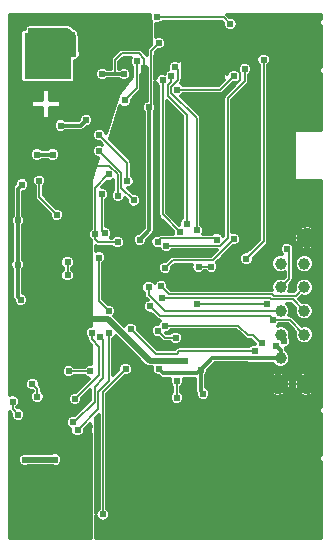
<source format=gbl>
G04 #@! TF.FileFunction,Copper,L2,Bot,Signal*
%FSLAX46Y46*%
G04 Gerber Fmt 4.6, Leading zero omitted, Abs format (unit mm)*
G04 Created by KiCad (PCBNEW 4.0.1-stable) date 11/28/2016 11:50:16 AM*
%MOMM*%
G01*
G04 APERTURE LIST*
%ADD10C,0.100000*%
%ADD11R,3.800000X3.800000*%
%ADD12R,4.000000X4.000000*%
%ADD13C,1.000000*%
%ADD14C,1.800000*%
%ADD15C,0.800000*%
%ADD16C,0.609600*%
%ADD17C,0.300000*%
%ADD18C,0.150000*%
%ADD19C,0.500000*%
G04 APERTURE END LIST*
D10*
D11*
X141000000Y-78740000D03*
D12*
X127865000Y-78740000D03*
D13*
X149600000Y-96350000D03*
X147600000Y-96350000D03*
X149600000Y-98350000D03*
X147600000Y-98350000D03*
X149600000Y-100350000D03*
X147600000Y-100350000D03*
X149600000Y-102350000D03*
X147600000Y-102350000D03*
X149600000Y-104350000D03*
X147600000Y-104350000D03*
D14*
X149800000Y-94150000D03*
X147400000Y-106550000D03*
X149800000Y-106550000D03*
D15*
X150550000Y-108775000D03*
X150550000Y-112825000D03*
X150550000Y-75950000D03*
X150550000Y-80000000D03*
D16*
X135672678Y-94321255D03*
X137307288Y-105289437D03*
X137267829Y-77682584D03*
X136477794Y-83120188D03*
X141049078Y-107340743D03*
X147225000Y-103300000D03*
X140825000Y-105325000D03*
X136850000Y-117300000D03*
X136825000Y-115475000D03*
X136825000Y-113725000D03*
X134850000Y-113775000D03*
X133450000Y-119125000D03*
X134950000Y-119125000D03*
X134935000Y-117280000D03*
X134925000Y-115450000D03*
X142949466Y-102270218D03*
X143803637Y-102270218D03*
X142152295Y-102289686D03*
X145325000Y-105000000D03*
X144575000Y-105000000D03*
X143825000Y-105000000D03*
X143075000Y-105000000D03*
X144575000Y-105750000D03*
X143825000Y-105750000D03*
X141679818Y-105763099D03*
X143475000Y-107375000D03*
X143075000Y-105750000D03*
X127000000Y-107625000D03*
X126584286Y-106545190D03*
X135209403Y-93675811D03*
X134050000Y-97415599D03*
X135075000Y-100425000D03*
X135100000Y-98875000D03*
X134100000Y-98875000D03*
X135975000Y-96250000D03*
X134975000Y-96250000D03*
X133975000Y-96250000D03*
X132975000Y-96250000D03*
X135975000Y-95450000D03*
X134975000Y-95450000D03*
X133975000Y-95450000D03*
X133100000Y-98875000D03*
X132975000Y-95450000D03*
X128968955Y-84647287D03*
X131144146Y-84186050D03*
X142152295Y-103039686D03*
X143152295Y-103039686D03*
X144152295Y-103039686D03*
X140927813Y-98312112D03*
X141927813Y-98312112D03*
X142927813Y-98312112D03*
X143927813Y-98312112D03*
X136528556Y-105516174D03*
X136206874Y-102352226D03*
X141642794Y-78281805D03*
X138200000Y-77900000D03*
X137320198Y-78600000D03*
X136055686Y-79777080D03*
X134335796Y-80304803D03*
X132502596Y-80281512D03*
X125719015Y-89645188D03*
X125350000Y-92675000D03*
X125582134Y-99416324D03*
X125325000Y-96425000D03*
X144637990Y-96768265D03*
X143944600Y-96780430D03*
X144625000Y-98300000D03*
X144620198Y-97550000D03*
X143929802Y-97575000D03*
X125945198Y-112950000D03*
X128502595Y-112935084D03*
X146975000Y-78050000D03*
X147000000Y-77175000D03*
X145475000Y-76500000D03*
X146150000Y-77200000D03*
X146125000Y-78075000D03*
X145375000Y-77325000D03*
X144700000Y-76650000D03*
X143125000Y-77025000D03*
X144950000Y-78950000D03*
X143725000Y-79250000D03*
X143725000Y-78400000D03*
X143725000Y-77600000D03*
X150525000Y-78625000D03*
X150500000Y-77300000D03*
X147475000Y-108975000D03*
X146475000Y-108975000D03*
X145475000Y-108975000D03*
X147475000Y-108175000D03*
X146475000Y-108175000D03*
X145475000Y-107375000D03*
X144475000Y-107375000D03*
X142475000Y-107375000D03*
X145475000Y-108175000D03*
X144475000Y-108175000D03*
X143475000Y-108175000D03*
X142475000Y-108175000D03*
X147175000Y-95225000D03*
X146325000Y-96100000D03*
X146725000Y-117100000D03*
X145650000Y-117100000D03*
X143250000Y-116175000D03*
X146075000Y-111275000D03*
X143750000Y-112325000D03*
X142750000Y-113325000D03*
X144750000Y-113325000D03*
X136835888Y-110430932D03*
X136843150Y-109755542D03*
X136117932Y-110446571D03*
X137540051Y-110451434D03*
X138260591Y-110447642D03*
X138256799Y-109795364D03*
X137540051Y-109783987D03*
X136117286Y-109789628D03*
X135423703Y-109782441D03*
X135423703Y-110432899D03*
X134018569Y-109786035D03*
X134751683Y-109796816D03*
X134744495Y-110446569D03*
X134022163Y-110422118D03*
X133332173Y-110422118D03*
X132020190Y-110450198D03*
X132020190Y-109759802D03*
X133329294Y-109741469D03*
X135445191Y-85275000D03*
X138528389Y-91350000D03*
X126965331Y-87101650D03*
X128279127Y-87101648D03*
X124925000Y-108025000D03*
X125373536Y-109118948D03*
X147900000Y-102900000D03*
X139527899Y-104581417D03*
X133828393Y-90593213D03*
X134660381Y-79065804D03*
X127450000Y-118725000D03*
X128150000Y-118725000D03*
X127450000Y-117975000D03*
X129550000Y-118725000D03*
X128850000Y-118725000D03*
X129550000Y-117975000D03*
X128850000Y-117975000D03*
X128150000Y-117975000D03*
X134125000Y-77425000D03*
X135660976Y-77798705D03*
X135000000Y-77900000D03*
X134125000Y-76725000D03*
X134150000Y-76025000D03*
X126075000Y-114850000D03*
X126725000Y-114800000D03*
X136400000Y-76775000D03*
X135875000Y-77150000D03*
X136375000Y-76125000D03*
X135850000Y-76500000D03*
X138858536Y-81621682D03*
X143640191Y-80471706D03*
X138645188Y-79720876D03*
X140501681Y-93515949D03*
X138345179Y-80490299D03*
X139626997Y-92995186D03*
X127152564Y-89320743D03*
X129550000Y-97325000D03*
X128650000Y-92200000D03*
X129550000Y-96225000D03*
X131487590Y-105464701D03*
X129652928Y-105455646D03*
X137601916Y-80821726D03*
X139068216Y-93636142D03*
X132282990Y-102540632D03*
X130050000Y-109759802D03*
X137819644Y-101607117D03*
X146025000Y-103085000D03*
X134619167Y-89366880D03*
X132230191Y-85455000D03*
X135159121Y-90989371D03*
X132230191Y-86805000D03*
X144558046Y-79856673D03*
X137900000Y-94849089D03*
X140500000Y-99800000D03*
X146450000Y-99800000D03*
X133024279Y-100349277D03*
X132199508Y-95824011D03*
X133042396Y-102233816D03*
X130397908Y-110435978D03*
X132550000Y-117575000D03*
X134462277Y-105287277D03*
X143650000Y-94275000D03*
X137825000Y-96700000D03*
X136410521Y-98340168D03*
X136569713Y-99964920D03*
X146975000Y-101100000D03*
X137507470Y-99248952D03*
X137485222Y-98256752D03*
X148125000Y-95100000D03*
X147600000Y-96350000D03*
X144702020Y-95914732D03*
X143337599Y-76055765D03*
X146153956Y-79070899D03*
X137124560Y-75484379D03*
X137175000Y-94500000D03*
X133791395Y-94528159D03*
X133021748Y-88791411D03*
X131900000Y-93849989D03*
X142175000Y-94300000D03*
X131610580Y-102187256D03*
X130180368Y-107805368D03*
X132475000Y-90475000D03*
X132722491Y-93789459D03*
X134900000Y-101850000D03*
X145400000Y-103725000D03*
X141709610Y-96595729D03*
X140650000Y-96604802D03*
X137181940Y-102019843D03*
X138702063Y-102611301D03*
X138805528Y-107696519D03*
X138800000Y-106275191D03*
X130050000Y-78600000D03*
X129750000Y-77750000D03*
X129900000Y-77000000D03*
X129300000Y-76625000D03*
X128600000Y-76625000D03*
X127900000Y-76625000D03*
X127200000Y-76625000D03*
X126500000Y-76625000D03*
X135420440Y-79215152D03*
X134379802Y-82525000D03*
D17*
X140825000Y-105325000D02*
X141822397Y-104327603D01*
X141822397Y-104327603D02*
X144875399Y-104327603D01*
X144875399Y-104327603D02*
X144897796Y-104350000D01*
X144897796Y-104350000D02*
X147600000Y-104350000D01*
X140825000Y-105325000D02*
X140520201Y-105629799D01*
X137647650Y-105629799D02*
X137307288Y-105289437D01*
X140520201Y-105629799D02*
X137647650Y-105629799D01*
X136477794Y-93516139D02*
X135672678Y-94321255D01*
X136477794Y-83120188D02*
X136477794Y-93516139D01*
D18*
X136477794Y-83120188D02*
X136622347Y-82975635D01*
X136622347Y-82975635D02*
X136622347Y-78328066D01*
X136622347Y-78328066D02*
X137267829Y-77682584D01*
D17*
X140825000Y-107116665D02*
X141049078Y-107340743D01*
X140825000Y-105325000D02*
X140825000Y-107116665D01*
X147600000Y-104350000D02*
X147600000Y-103675000D01*
X147600000Y-103675000D02*
X147225000Y-103300000D01*
D18*
X136825000Y-115475000D02*
X136825000Y-117275000D01*
X136825000Y-117275000D02*
X136850000Y-117300000D01*
X136250000Y-115475000D02*
X136825000Y-115475000D01*
X136825000Y-115475000D02*
X137250000Y-115475000D01*
X136825000Y-113725000D02*
X136825000Y-115475000D01*
X134925000Y-115450000D02*
X134925000Y-113850000D01*
X134925000Y-113850000D02*
X134850000Y-113775000D01*
X134925000Y-115450000D02*
X134925000Y-117270000D01*
X134925000Y-117270000D02*
X134935000Y-117280000D01*
X137250000Y-117475000D02*
X136250000Y-117475000D01*
X138250000Y-117475000D02*
X137250000Y-117475000D01*
X139250000Y-117475000D02*
X138250000Y-117475000D01*
X140250000Y-117475000D02*
X139250000Y-117475000D01*
X139250000Y-118475000D02*
X140250000Y-118475000D01*
X138250000Y-118475000D02*
X139250000Y-118475000D01*
X137250000Y-118475000D02*
X138250000Y-118475000D01*
X136250000Y-118475000D02*
X137250000Y-118475000D01*
X136250000Y-117475000D02*
X136250000Y-118475000D01*
X136250000Y-116475000D02*
X136250000Y-117475000D01*
X136250000Y-115475000D02*
X136250000Y-116475000D01*
X137250000Y-116475000D02*
X136250000Y-116475000D01*
X138250000Y-116475000D02*
X137250000Y-116475000D01*
X139250000Y-116475000D02*
X138250000Y-116475000D01*
X140250000Y-116475000D02*
X139250000Y-116475000D01*
X139250000Y-115475000D02*
X140250000Y-115475000D01*
X138250000Y-115475000D02*
X139250000Y-115475000D01*
X137250000Y-115475000D02*
X138250000Y-115475000D01*
X142949466Y-102270218D02*
X143803637Y-102270218D01*
X142152295Y-102289686D02*
X142929998Y-102289686D01*
X142929998Y-102289686D02*
X142949466Y-102270218D01*
X142152295Y-103039686D02*
X142152295Y-102289686D01*
X127000000Y-107625000D02*
X127000000Y-106960904D01*
X127000000Y-106960904D02*
X126584286Y-106545190D01*
X134100000Y-98875000D02*
X134100000Y-97465599D01*
X134100000Y-97465599D02*
X134050000Y-97415599D01*
X135100000Y-98875000D02*
X135100000Y-100400000D01*
X135100000Y-100400000D02*
X135075000Y-100425000D01*
X133100000Y-98875000D02*
X133100000Y-95575000D01*
X133100000Y-95575000D02*
X132975000Y-95450000D01*
D17*
X128968955Y-84647287D02*
X130682909Y-84647287D01*
X130682909Y-84647287D02*
X131144146Y-84186050D01*
X132502596Y-80281512D02*
X133575000Y-80281512D01*
X133575000Y-80281512D02*
X134312505Y-80281512D01*
D18*
X134175000Y-78525000D02*
X133575000Y-79125000D01*
X133575000Y-79125000D02*
X133575000Y-80281512D01*
X135600000Y-78525000D02*
X134175000Y-78525000D01*
X136055686Y-78980686D02*
X135600000Y-78525000D01*
X136055686Y-79777080D02*
X136055686Y-78980686D01*
X143152295Y-103039686D02*
X142152295Y-103039686D01*
X144152295Y-103039686D02*
X143152295Y-103039686D01*
X141927813Y-98312112D02*
X140927813Y-98312112D01*
X142927813Y-98312112D02*
X141927813Y-98312112D01*
X143927813Y-98312112D02*
X142927813Y-98312112D01*
X143939925Y-98300000D02*
X143927813Y-98312112D01*
X144625000Y-98300000D02*
X143939925Y-98300000D01*
X141642794Y-78712857D02*
X141642794Y-78281805D01*
X141642794Y-78947492D02*
X141642794Y-78712857D01*
X141648355Y-78953053D02*
X141642794Y-78947492D01*
D17*
X142371947Y-78953053D02*
X141648355Y-78953053D01*
X143725000Y-77600000D02*
X142371947Y-78953053D01*
D18*
X142905646Y-78953053D02*
X141648355Y-78953053D01*
X144170039Y-80791852D02*
X144170039Y-80217446D01*
X142150000Y-82811891D02*
X144170039Y-80791852D01*
X144170039Y-80217446D02*
X142905646Y-78953053D01*
D17*
X136055686Y-79777080D02*
X136055686Y-79880686D01*
X134312505Y-80281512D02*
X134335796Y-80304803D01*
X125350000Y-90014203D02*
X125719015Y-89645188D01*
X125350000Y-92675000D02*
X125350000Y-90014203D01*
X125325000Y-96425000D02*
X125325000Y-92700000D01*
X125325000Y-92700000D02*
X125350000Y-92675000D01*
X125325000Y-99159190D02*
X125582134Y-99416324D01*
X125325000Y-96425000D02*
X125325000Y-99159190D01*
D18*
X144625825Y-96780430D02*
X144637990Y-96768265D01*
X143944600Y-96780430D02*
X144625825Y-96780430D01*
X143929802Y-97575000D02*
X144595198Y-97575000D01*
X144595198Y-97575000D02*
X144620198Y-97550000D01*
D19*
X125945198Y-112950000D02*
X128487679Y-112950000D01*
X128487679Y-112950000D02*
X128502595Y-112935084D01*
D18*
X125960114Y-112935084D02*
X125945198Y-112950000D01*
D17*
X147000000Y-77175000D02*
X147000000Y-78025000D01*
X147000000Y-78025000D02*
X146975000Y-78050000D01*
X146150000Y-77200000D02*
X146150000Y-77175000D01*
X146150000Y-77175000D02*
X145475000Y-76500000D01*
X145375000Y-77325000D02*
X146125000Y-78075000D01*
X143725000Y-77600000D02*
X143750000Y-77600000D01*
X143750000Y-77600000D02*
X144700000Y-76650000D01*
X143725000Y-78400000D02*
X144300000Y-78400000D01*
D18*
X146325000Y-96100000D02*
X146325000Y-96075000D01*
X146325000Y-96075000D02*
X147175000Y-95225000D01*
D17*
X126965333Y-87101648D02*
X126965331Y-87101650D01*
X128279127Y-87101648D02*
X126965333Y-87101648D01*
D18*
X124925000Y-108025000D02*
X124925000Y-108670412D01*
X124925000Y-108670412D02*
X125373536Y-109118948D01*
X147600000Y-102350000D02*
X147600000Y-102600000D01*
X147600000Y-102600000D02*
X147900000Y-102900000D01*
D19*
X136539921Y-104581417D02*
X139527899Y-104581417D01*
X130854078Y-101054078D02*
X133012582Y-101054078D01*
X130525000Y-100725000D02*
X130854078Y-101054078D01*
X133012582Y-101054078D02*
X136539921Y-104581417D01*
D18*
X133828393Y-90162161D02*
X133789352Y-90123120D01*
X133789352Y-88789352D02*
X133050000Y-88050000D01*
X133828393Y-90593213D02*
X133828393Y-90162161D01*
X133789352Y-90123120D02*
X133789352Y-88789352D01*
X133050000Y-88050000D02*
X131650000Y-88050000D01*
X126725000Y-114800000D02*
X126420201Y-115104799D01*
X126420201Y-116245201D02*
X128150000Y-117975000D01*
X126420201Y-115104799D02*
X126420201Y-116245201D01*
D17*
X126075000Y-114850000D02*
X126675000Y-114850000D01*
X126675000Y-114850000D02*
X126725000Y-114800000D01*
D18*
X135875000Y-77150000D02*
X136025000Y-77150000D01*
X136025000Y-77150000D02*
X136400000Y-76775000D01*
X135850000Y-76500000D02*
X136000000Y-76500000D01*
X136000000Y-76500000D02*
X136375000Y-76125000D01*
X142490215Y-81621682D02*
X138858536Y-81621682D01*
X143640191Y-80471706D02*
X142490215Y-81621682D01*
X138874999Y-80821137D02*
X138874999Y-79950687D01*
X140501681Y-84048963D02*
X138328735Y-81876017D01*
X138328735Y-81876017D02*
X138328735Y-81367401D01*
X138874999Y-79950687D02*
X138645188Y-79720876D01*
X138328735Y-81367401D02*
X138874999Y-80821137D01*
X140501681Y-93515949D02*
X140501681Y-84048963D01*
X139626997Y-92995186D02*
X139626997Y-83721804D01*
X138028724Y-82123531D02*
X138028724Y-81243109D01*
X139626997Y-83721804D02*
X138028724Y-82123531D01*
X138028724Y-81243109D02*
X138345179Y-80926654D01*
X138345179Y-80926654D02*
X138345179Y-80490299D01*
X127152564Y-90702564D02*
X127152564Y-89320743D01*
X128650000Y-92200000D02*
X127152564Y-90702564D01*
X129550000Y-97325000D02*
X129550000Y-96225000D01*
X131478535Y-105455646D02*
X131487590Y-105464701D01*
X129652928Y-105455646D02*
X131478535Y-105455646D01*
X137601916Y-92169842D02*
X137601916Y-80821726D01*
X139068216Y-93636142D02*
X137601916Y-92169842D01*
X132587789Y-102845431D02*
X132282990Y-102540632D01*
X131854192Y-108020808D02*
X131854192Y-106795808D01*
X130200000Y-109675000D02*
X131854192Y-108020808D01*
X131854192Y-106795808D02*
X132587789Y-106062211D01*
X132587789Y-106062211D02*
X132587789Y-102845431D01*
X138250696Y-101607117D02*
X137819644Y-101607117D01*
X143996138Y-101607117D02*
X138250696Y-101607117D01*
X144800000Y-102410979D02*
X143996138Y-101607117D01*
X144870085Y-102410979D02*
X144800000Y-102410979D01*
X145900000Y-103085000D02*
X145225979Y-102410979D01*
X146025000Y-103085000D02*
X145900000Y-103085000D01*
X145225979Y-102410979D02*
X144800000Y-102410979D01*
X134619167Y-87843976D02*
X134619167Y-89366880D01*
X132230191Y-85455000D02*
X134619167Y-87843976D01*
X134089363Y-89919613D02*
X135159121Y-90989371D01*
X134089363Y-88664172D02*
X134089363Y-89919613D01*
X132230191Y-86805000D02*
X134089363Y-88664172D01*
X144558046Y-80862661D02*
X144558046Y-79856673D01*
X142429305Y-94829801D02*
X143120199Y-94138907D01*
X143120199Y-94138907D02*
X143120199Y-82300508D01*
X143120199Y-82300508D02*
X144558046Y-80862661D01*
X139075000Y-94829801D02*
X142429305Y-94829801D01*
X138696732Y-94829801D02*
X139075000Y-94829801D01*
X137900000Y-94849089D02*
X138331052Y-94849089D01*
X138331052Y-94849089D02*
X138350340Y-94829801D01*
X138350340Y-94829801D02*
X139075000Y-94829801D01*
X146450000Y-99800000D02*
X140500000Y-99800000D01*
X132199508Y-95824011D02*
X132199508Y-99524506D01*
X132199508Y-99524506D02*
X133024279Y-100349277D01*
X133042396Y-106282880D02*
X133042396Y-102233816D01*
X130397908Y-110435978D02*
X132154202Y-108679684D01*
X132154202Y-107171074D02*
X133042396Y-106282880D01*
X132154202Y-108679684D02*
X132154202Y-107171074D01*
X132550000Y-117575000D02*
X132550000Y-107199554D01*
X132550000Y-107199554D02*
X134462277Y-105287277D01*
X143650000Y-94275000D02*
X141859072Y-96065928D01*
X141859072Y-96065928D02*
X138459072Y-96065928D01*
X138459072Y-96065928D02*
X137825000Y-96700000D01*
X136410521Y-98969591D02*
X136410521Y-98340168D01*
X146888093Y-100354801D02*
X137795731Y-100354801D01*
X147600000Y-100350000D02*
X146892894Y-100350000D01*
X146892894Y-100350000D02*
X146888093Y-100354801D01*
X137795731Y-100354801D02*
X136410521Y-98969591D01*
X146975000Y-101100000D02*
X146670201Y-100795201D01*
X136874512Y-100269719D02*
X136569713Y-99964920D01*
X137399994Y-100795201D02*
X136874512Y-100269719D01*
X146670201Y-100795201D02*
X137399994Y-100795201D01*
X148350000Y-101100000D02*
X146975000Y-101100000D01*
X149600000Y-102350000D02*
X148350000Y-101100000D01*
X146683058Y-99248952D02*
X137507470Y-99248952D01*
X146810649Y-99376543D02*
X146683058Y-99248952D01*
X148626543Y-99376543D02*
X146810649Y-99376543D01*
X149600000Y-100350000D02*
X148626543Y-99376543D01*
X138173658Y-98945188D02*
X137485222Y-98256752D01*
X146904280Y-98945188D02*
X138173658Y-98945188D01*
X148874999Y-99075001D02*
X147034093Y-99075001D01*
X149600000Y-98350000D02*
X148874999Y-99075001D01*
X147034093Y-99075001D02*
X146904280Y-98945188D01*
X147600000Y-98350000D02*
X148325001Y-97624999D01*
X148325001Y-97624999D02*
X148325001Y-95300001D01*
X148325001Y-95300001D02*
X148125000Y-95100000D01*
X146153956Y-94462796D02*
X144702020Y-95914732D01*
X146153956Y-79070899D02*
X146153956Y-94462796D01*
X137124560Y-75484379D02*
X142766213Y-75484379D01*
X142766213Y-75484379D02*
X143337599Y-76055765D01*
X137175000Y-94500000D02*
X137479799Y-94195201D01*
X137479799Y-94195201D02*
X142070201Y-94195201D01*
X142070201Y-94195201D02*
X142175000Y-94300000D01*
X131900000Y-94281041D02*
X132168959Y-94550000D01*
X132168959Y-94550000D02*
X133769554Y-94550000D01*
X133769554Y-94550000D02*
X133791395Y-94528159D01*
X131900000Y-89900659D02*
X133009248Y-88791411D01*
X133009248Y-88791411D02*
X133021748Y-88791411D01*
X131900000Y-93849989D02*
X131900000Y-89900659D01*
X142155721Y-94319279D02*
X142175000Y-94300000D01*
X131900000Y-93849989D02*
X131900000Y-94281041D01*
X131900000Y-94281041D02*
X131938238Y-94319279D01*
X132224990Y-105760746D02*
X132224990Y-103373546D01*
X132224990Y-103373546D02*
X131610580Y-102759136D01*
X131610580Y-102759136D02*
X131610580Y-102187256D01*
X131435736Y-106550000D02*
X132224990Y-105760746D01*
X130180368Y-107805368D02*
X131435736Y-106550000D01*
X131435736Y-106550000D02*
X131504801Y-106480935D01*
X132475000Y-90475000D02*
X132475000Y-93541968D01*
X132475000Y-93541968D02*
X132722491Y-93789459D01*
X137006997Y-103956997D02*
X134900000Y-101850000D01*
X139010104Y-103725000D02*
X138778107Y-103956997D01*
X138778107Y-103956997D02*
X137006997Y-103956997D01*
X145400000Y-103725000D02*
X139010104Y-103725000D01*
X140650000Y-96604802D02*
X141700537Y-96604802D01*
X141700537Y-96604802D02*
X141709610Y-96595729D01*
X137773398Y-102611301D02*
X137486739Y-102324642D01*
X138702063Y-102611301D02*
X137773398Y-102611301D01*
X137486739Y-102324642D02*
X137181940Y-102019843D01*
X138800000Y-106275191D02*
X138800000Y-107690991D01*
X138800000Y-107690991D02*
X138805528Y-107696519D01*
D19*
X128600000Y-76625000D02*
X128600000Y-78005000D01*
X128600000Y-78005000D02*
X127865000Y-78740000D01*
X129300000Y-76625000D02*
X129300000Y-77305000D01*
X129300000Y-77305000D02*
X127865000Y-78740000D01*
X129900000Y-77000000D02*
X129605000Y-77000000D01*
X129605000Y-77000000D02*
X127865000Y-78740000D01*
X130050000Y-78600000D02*
X130050000Y-77150000D01*
X130050000Y-77150000D02*
X129900000Y-77000000D01*
X129900000Y-77000000D02*
X129900000Y-78450000D01*
X129900000Y-78450000D02*
X130050000Y-78600000D01*
X129750000Y-77750000D02*
X129750000Y-78300000D01*
X129750000Y-78300000D02*
X130050000Y-78600000D01*
X129900000Y-77000000D02*
X129900000Y-77600000D01*
X129900000Y-77600000D02*
X129750000Y-77750000D01*
X129300000Y-76625000D02*
X129525000Y-76625000D01*
X129525000Y-76625000D02*
X129900000Y-77000000D01*
X126500000Y-76625000D02*
X129300000Y-76625000D01*
X126500000Y-76625000D02*
X127900000Y-76625000D01*
X127200000Y-76625000D02*
X127200000Y-78075000D01*
X127200000Y-78075000D02*
X127865000Y-78740000D01*
X126500000Y-76625000D02*
X126500000Y-77375000D01*
X126500000Y-77375000D02*
X127865000Y-78740000D01*
D18*
X135420440Y-81484362D02*
X135420440Y-79215152D01*
X134379802Y-82525000D02*
X135420440Y-81484362D01*
X149520198Y-96270198D02*
X149600000Y-96350000D01*
D17*
G36*
X136546447Y-75299534D02*
X136519865Y-75363549D01*
X136519655Y-75604153D01*
X136611536Y-75826523D01*
X136615335Y-75830329D01*
X136586926Y-77833157D01*
X136357182Y-78062901D01*
X136275892Y-78184559D01*
X136260285Y-78263024D01*
X136247347Y-78328066D01*
X136247347Y-78642017D01*
X135865165Y-78259835D01*
X135743507Y-78178545D01*
X135600000Y-78150000D01*
X134175000Y-78150000D01*
X134031493Y-78178545D01*
X133909835Y-78259835D01*
X133309835Y-78859835D01*
X133228545Y-78981493D01*
X133228545Y-78981494D01*
X133200000Y-79125000D01*
X133200000Y-79831512D01*
X132907952Y-79831512D01*
X132845635Y-79769086D01*
X132623426Y-79676817D01*
X132382822Y-79676607D01*
X132160452Y-79768488D01*
X131990170Y-79938473D01*
X131897901Y-80160682D01*
X131897691Y-80401286D01*
X131989572Y-80623656D01*
X132159557Y-80793938D01*
X132381766Y-80886207D01*
X132622370Y-80886417D01*
X132844740Y-80794536D01*
X132907874Y-80731512D01*
X133907190Y-80731512D01*
X133992757Y-80817229D01*
X134214966Y-80909498D01*
X134455570Y-80909708D01*
X134677940Y-80817827D01*
X134848222Y-80647842D01*
X134940491Y-80425633D01*
X134940701Y-80185029D01*
X134848820Y-79962659D01*
X134678835Y-79792377D01*
X134456626Y-79700108D01*
X134216022Y-79699898D01*
X133993652Y-79791779D01*
X133953850Y-79831512D01*
X133950000Y-79831512D01*
X133950000Y-79280330D01*
X134330330Y-78900000D01*
X134896434Y-78900000D01*
X134815745Y-79094322D01*
X134815535Y-79334926D01*
X134907416Y-79557296D01*
X135045440Y-79695561D01*
X135045440Y-80569833D01*
X133857052Y-82082327D01*
X133832206Y-82129066D01*
X132815843Y-85288630D01*
X132743215Y-85112856D01*
X132573230Y-84942574D01*
X132351021Y-84850305D01*
X132110417Y-84850095D01*
X131888047Y-84941976D01*
X131717765Y-85111961D01*
X131625496Y-85334170D01*
X131625286Y-85574774D01*
X131717167Y-85797144D01*
X131887152Y-85967426D01*
X132109361Y-86059695D01*
X132304727Y-86059866D01*
X132503736Y-86258875D01*
X132502362Y-86263147D01*
X132351021Y-86200305D01*
X132110417Y-86200095D01*
X131888047Y-86291976D01*
X131717765Y-86461961D01*
X131625496Y-86684170D01*
X131625286Y-86924774D01*
X131717167Y-87147144D01*
X131887152Y-87317426D01*
X132109361Y-87409695D01*
X132133535Y-87409716D01*
X131532206Y-89279066D01*
X131525000Y-89325000D01*
X131525000Y-93369764D01*
X131387574Y-93506950D01*
X131295305Y-93729159D01*
X131295095Y-93969763D01*
X131386976Y-94192133D01*
X131525000Y-94330398D01*
X131525000Y-101125000D01*
X131523764Y-101582380D01*
X131490806Y-101582351D01*
X131268436Y-101674232D01*
X131098154Y-101844217D01*
X131005885Y-102066426D01*
X131005675Y-102307030D01*
X131097556Y-102529400D01*
X131235580Y-102667665D01*
X131235580Y-102759136D01*
X131264125Y-102902643D01*
X131345415Y-103024301D01*
X131519397Y-103198283D01*
X131514906Y-104859924D01*
X131367816Y-104859796D01*
X131145446Y-104951677D01*
X131016252Y-105080646D01*
X130133153Y-105080646D01*
X129995967Y-104943220D01*
X129773758Y-104850951D01*
X129533154Y-104850741D01*
X129310784Y-104942622D01*
X129140502Y-105112607D01*
X129048233Y-105334816D01*
X129048023Y-105575420D01*
X129139904Y-105797790D01*
X129309889Y-105968072D01*
X129532098Y-106060341D01*
X129772702Y-106060551D01*
X129995072Y-105968670D01*
X130133337Y-105830646D01*
X130998325Y-105830646D01*
X131144551Y-105977127D01*
X131366760Y-106069396D01*
X131385993Y-106069413D01*
X130254774Y-107200632D01*
X130060594Y-107200463D01*
X129838224Y-107292344D01*
X129667942Y-107462329D01*
X129575673Y-107684538D01*
X129575463Y-107925142D01*
X129667344Y-108147512D01*
X129837329Y-108317794D01*
X130059538Y-108410063D01*
X130300142Y-108410273D01*
X130522512Y-108318392D01*
X130692794Y-108148407D01*
X130785063Y-107926198D01*
X130785234Y-107730832D01*
X131479192Y-107036874D01*
X131479192Y-107865478D01*
X130184067Y-109160603D01*
X130170830Y-109155107D01*
X129930226Y-109154897D01*
X129707856Y-109246778D01*
X129537574Y-109416763D01*
X129445305Y-109638972D01*
X129445095Y-109879576D01*
X129536976Y-110101946D01*
X129706961Y-110272228D01*
X129795729Y-110309088D01*
X129793213Y-110315148D01*
X129793003Y-110555752D01*
X129884884Y-110778122D01*
X130054869Y-110948404D01*
X130277078Y-111040673D01*
X130517682Y-111040883D01*
X130740052Y-110949002D01*
X130910334Y-110779017D01*
X131002603Y-110556808D01*
X131002774Y-110361442D01*
X131435563Y-109928653D01*
X131500780Y-110086490D01*
X131500678Y-110124225D01*
X131415495Y-110329368D01*
X131415285Y-110569972D01*
X131500000Y-110774999D01*
X131500000Y-119575000D01*
X124650291Y-119575000D01*
X124653907Y-113069774D01*
X125340293Y-113069774D01*
X125432174Y-113292144D01*
X125602159Y-113462426D01*
X125824368Y-113554695D01*
X126064972Y-113554905D01*
X126197853Y-113500000D01*
X128285966Y-113500000D01*
X128381765Y-113539779D01*
X128622369Y-113539989D01*
X128844739Y-113448108D01*
X129015021Y-113278123D01*
X129107290Y-113055914D01*
X129107500Y-112815310D01*
X129015619Y-112592940D01*
X128845634Y-112422658D01*
X128623425Y-112330389D01*
X128382821Y-112330179D01*
X128213841Y-112400000D01*
X126197749Y-112400000D01*
X126066028Y-112345305D01*
X125825424Y-112345095D01*
X125603054Y-112436976D01*
X125432772Y-112606961D01*
X125340503Y-112829170D01*
X125340293Y-113069774D01*
X124653907Y-113069774D01*
X124656209Y-108930150D01*
X124659835Y-108935577D01*
X124768800Y-109044542D01*
X124768631Y-109238722D01*
X124860512Y-109461092D01*
X125030497Y-109631374D01*
X125252706Y-109723643D01*
X125493310Y-109723853D01*
X125715680Y-109631972D01*
X125885962Y-109461987D01*
X125978231Y-109239778D01*
X125978441Y-108999174D01*
X125886560Y-108776804D01*
X125716575Y-108606522D01*
X125494366Y-108514253D01*
X125300000Y-108514083D01*
X125300000Y-108505225D01*
X125437426Y-108368039D01*
X125529695Y-108145830D01*
X125529905Y-107905226D01*
X125438024Y-107682856D01*
X125268039Y-107512574D01*
X125045830Y-107420305D01*
X124805226Y-107420095D01*
X124657014Y-107481335D01*
X124657467Y-106664964D01*
X125979381Y-106664964D01*
X126071262Y-106887334D01*
X126241247Y-107057616D01*
X126463456Y-107149885D01*
X126619744Y-107150021D01*
X126487574Y-107281961D01*
X126395305Y-107504170D01*
X126395095Y-107744774D01*
X126486976Y-107967144D01*
X126656961Y-108137426D01*
X126879170Y-108229695D01*
X127119774Y-108229905D01*
X127342144Y-108138024D01*
X127512426Y-107968039D01*
X127604695Y-107745830D01*
X127604905Y-107505226D01*
X127513024Y-107282856D01*
X127375000Y-107144591D01*
X127375000Y-106960904D01*
X127346455Y-106817398D01*
X127265165Y-106695739D01*
X127189022Y-106619596D01*
X127189191Y-106425416D01*
X127097310Y-106203046D01*
X126927325Y-106032764D01*
X126705116Y-105940495D01*
X126464512Y-105940285D01*
X126242142Y-106032166D01*
X126071860Y-106202151D01*
X125979591Y-106424360D01*
X125979381Y-106664964D01*
X124657467Y-106664964D01*
X124663093Y-96544774D01*
X124720095Y-96544774D01*
X124811976Y-96767144D01*
X124875000Y-96830278D01*
X124875000Y-99159190D01*
X124909254Y-99331398D01*
X124928516Y-99360225D01*
X124977319Y-99433263D01*
X124977229Y-99536098D01*
X125069110Y-99758468D01*
X125239095Y-99928750D01*
X125461304Y-100021019D01*
X125701908Y-100021229D01*
X125924278Y-99929348D01*
X126094560Y-99759363D01*
X126186829Y-99537154D01*
X126187039Y-99296550D01*
X126095158Y-99074180D01*
X125925173Y-98903898D01*
X125775000Y-98841541D01*
X125775000Y-96830356D01*
X125837426Y-96768039D01*
X125929695Y-96545830D01*
X125929870Y-96344774D01*
X128945095Y-96344774D01*
X129036976Y-96567144D01*
X129175000Y-96705409D01*
X129175000Y-96844775D01*
X129037574Y-96981961D01*
X128945305Y-97204170D01*
X128945095Y-97444774D01*
X129036976Y-97667144D01*
X129206961Y-97837426D01*
X129429170Y-97929695D01*
X129669774Y-97929905D01*
X129892144Y-97838024D01*
X130062426Y-97668039D01*
X130154695Y-97445830D01*
X130154905Y-97205226D01*
X130063024Y-96982856D01*
X129925000Y-96844591D01*
X129925000Y-96705225D01*
X130062426Y-96568039D01*
X130154695Y-96345830D01*
X130154905Y-96105226D01*
X130063024Y-95882856D01*
X129893039Y-95712574D01*
X129670830Y-95620305D01*
X129430226Y-95620095D01*
X129207856Y-95711976D01*
X129037574Y-95881961D01*
X128945305Y-96104170D01*
X128945095Y-96344774D01*
X125929870Y-96344774D01*
X125929905Y-96305226D01*
X125838024Y-96082856D01*
X125775000Y-96019722D01*
X125775000Y-93105313D01*
X125862426Y-93018039D01*
X125954695Y-92795830D01*
X125954905Y-92555226D01*
X125863024Y-92332856D01*
X125800000Y-92269722D01*
X125800000Y-90250059D01*
X125838789Y-90250093D01*
X126061159Y-90158212D01*
X126231441Y-89988227D01*
X126323710Y-89766018D01*
X126323920Y-89525414D01*
X126288842Y-89440517D01*
X126547659Y-89440517D01*
X126639540Y-89662887D01*
X126777564Y-89801152D01*
X126777564Y-90702564D01*
X126806109Y-90846071D01*
X126887399Y-90967729D01*
X128045264Y-92125594D01*
X128045095Y-92319774D01*
X128136976Y-92542144D01*
X128306961Y-92712426D01*
X128529170Y-92804695D01*
X128769774Y-92804905D01*
X128992144Y-92713024D01*
X129162426Y-92543039D01*
X129254695Y-92320830D01*
X129254905Y-92080226D01*
X129163024Y-91857856D01*
X128993039Y-91687574D01*
X128770830Y-91595305D01*
X128575464Y-91595134D01*
X127527564Y-90547234D01*
X127527564Y-89800968D01*
X127664990Y-89663782D01*
X127757259Y-89441573D01*
X127757469Y-89200969D01*
X127665588Y-88978599D01*
X127495603Y-88808317D01*
X127273394Y-88716048D01*
X127032790Y-88715838D01*
X126810420Y-88807719D01*
X126640138Y-88977704D01*
X126547869Y-89199913D01*
X126547659Y-89440517D01*
X126288842Y-89440517D01*
X126232039Y-89303044D01*
X126062054Y-89132762D01*
X125839845Y-89040493D01*
X125599241Y-89040283D01*
X125376871Y-89132164D01*
X125206589Y-89302149D01*
X125114320Y-89524358D01*
X125114242Y-89613565D01*
X125031802Y-89696005D01*
X124934254Y-89841995D01*
X124900000Y-90014203D01*
X124900000Y-92269644D01*
X124837574Y-92331961D01*
X124745305Y-92554170D01*
X124745095Y-92794774D01*
X124836976Y-93017144D01*
X124875000Y-93055234D01*
X124875000Y-96019644D01*
X124812574Y-96081961D01*
X124720305Y-96304170D01*
X124720095Y-96544774D01*
X124663093Y-96544774D01*
X124668275Y-87221424D01*
X126360426Y-87221424D01*
X126452307Y-87443794D01*
X126622292Y-87614076D01*
X126844501Y-87706345D01*
X127085105Y-87706555D01*
X127307475Y-87614674D01*
X127370611Y-87551648D01*
X127873771Y-87551648D01*
X127936088Y-87614074D01*
X128158297Y-87706343D01*
X128398901Y-87706553D01*
X128621271Y-87614672D01*
X128791553Y-87444687D01*
X128883822Y-87222478D01*
X128884032Y-86981874D01*
X128792151Y-86759504D01*
X128622166Y-86589222D01*
X128399957Y-86496953D01*
X128159353Y-86496743D01*
X127936983Y-86588624D01*
X127873849Y-86651648D01*
X127370685Y-86651648D01*
X127308370Y-86589224D01*
X127086161Y-86496955D01*
X126845557Y-86496745D01*
X126623187Y-86588626D01*
X126452905Y-86758611D01*
X126360636Y-86980820D01*
X126360426Y-87221424D01*
X124668275Y-87221424D01*
X124669639Y-84767061D01*
X128364050Y-84767061D01*
X128455931Y-84989431D01*
X128625916Y-85159713D01*
X128848125Y-85251982D01*
X129088729Y-85252192D01*
X129311099Y-85160311D01*
X129374233Y-85097287D01*
X130682909Y-85097287D01*
X130855117Y-85063033D01*
X131001107Y-84965485D01*
X131175714Y-84790878D01*
X131263920Y-84790955D01*
X131486290Y-84699074D01*
X131656572Y-84529089D01*
X131748841Y-84306880D01*
X131749051Y-84066276D01*
X131657170Y-83843906D01*
X131487185Y-83673624D01*
X131264976Y-83581355D01*
X131024372Y-83581145D01*
X130802002Y-83673026D01*
X130631720Y-83843011D01*
X130539451Y-84065220D01*
X130539373Y-84154427D01*
X130496513Y-84197287D01*
X129374311Y-84197287D01*
X129311994Y-84134861D01*
X129089785Y-84042592D01*
X128849181Y-84042382D01*
X128626811Y-84134263D01*
X128456529Y-84304248D01*
X128364260Y-84526457D01*
X128364050Y-84767061D01*
X124669639Y-84767061D01*
X124670802Y-82675000D01*
X126425000Y-82675000D01*
X126425000Y-82975000D01*
X126435258Y-83029519D01*
X126467479Y-83079591D01*
X126516642Y-83113182D01*
X126575000Y-83125000D01*
X127425000Y-83125000D01*
X127425000Y-83975000D01*
X127435258Y-84029519D01*
X127467479Y-84079591D01*
X127516642Y-84113182D01*
X127575000Y-84125000D01*
X127875000Y-84125000D01*
X127929519Y-84114742D01*
X127979591Y-84082521D01*
X128013182Y-84033358D01*
X128025000Y-83975000D01*
X128025000Y-83125000D01*
X128875000Y-83125000D01*
X128929519Y-83114742D01*
X128979591Y-83082521D01*
X129013182Y-83033358D01*
X129025000Y-82975000D01*
X129025000Y-82675000D01*
X129014742Y-82620481D01*
X128982521Y-82570409D01*
X128933358Y-82536818D01*
X128875000Y-82525000D01*
X128025000Y-82525000D01*
X128025000Y-81675000D01*
X128014742Y-81620481D01*
X127982521Y-81570409D01*
X127933358Y-81536818D01*
X127875000Y-81525000D01*
X127575000Y-81525000D01*
X127520481Y-81535258D01*
X127470409Y-81567479D01*
X127436818Y-81616642D01*
X127425000Y-81675000D01*
X127425000Y-82525000D01*
X126575000Y-82525000D01*
X126520481Y-82535258D01*
X126470409Y-82567479D01*
X126436818Y-82616642D01*
X126425000Y-82675000D01*
X124670802Y-82675000D01*
X124674101Y-76740000D01*
X125559123Y-76740000D01*
X125559123Y-80740000D01*
X125580042Y-80851173D01*
X125645745Y-80953279D01*
X125745997Y-81021778D01*
X125865000Y-81045877D01*
X129865000Y-81045877D01*
X129976173Y-81024958D01*
X130078279Y-80959255D01*
X130146778Y-80859003D01*
X130170877Y-80740000D01*
X130170877Y-79204449D01*
X130392144Y-79113024D01*
X130562426Y-78943039D01*
X130654695Y-78720830D01*
X130654905Y-78480226D01*
X130600000Y-78347345D01*
X130600000Y-77150000D01*
X130558134Y-76939524D01*
X130482855Y-76826861D01*
X130413024Y-76657856D01*
X130243039Y-76487574D01*
X130110256Y-76432438D01*
X129913909Y-76236091D01*
X129735476Y-76116866D01*
X129577883Y-76085519D01*
X129420830Y-76020305D01*
X129180226Y-76020095D01*
X129047345Y-76075000D01*
X128852551Y-76075000D01*
X128720830Y-76020305D01*
X128480226Y-76020095D01*
X128347345Y-76075000D01*
X128152551Y-76075000D01*
X128020830Y-76020305D01*
X127780226Y-76020095D01*
X127647345Y-76075000D01*
X127452551Y-76075000D01*
X127320830Y-76020305D01*
X127080226Y-76020095D01*
X126947345Y-76075000D01*
X126752551Y-76075000D01*
X126620830Y-76020305D01*
X126380226Y-76020095D01*
X126157856Y-76111976D01*
X125987574Y-76281961D01*
X125924391Y-76434123D01*
X125865000Y-76434123D01*
X125753827Y-76455042D01*
X125651721Y-76520745D01*
X125583222Y-76620997D01*
X125559123Y-76740000D01*
X124674101Y-76740000D01*
X124674916Y-75275307D01*
X136546447Y-75299534D01*
X136546447Y-75299534D01*
G37*
X136546447Y-75299534D02*
X136519865Y-75363549D01*
X136519655Y-75604153D01*
X136611536Y-75826523D01*
X136615335Y-75830329D01*
X136586926Y-77833157D01*
X136357182Y-78062901D01*
X136275892Y-78184559D01*
X136260285Y-78263024D01*
X136247347Y-78328066D01*
X136247347Y-78642017D01*
X135865165Y-78259835D01*
X135743507Y-78178545D01*
X135600000Y-78150000D01*
X134175000Y-78150000D01*
X134031493Y-78178545D01*
X133909835Y-78259835D01*
X133309835Y-78859835D01*
X133228545Y-78981493D01*
X133228545Y-78981494D01*
X133200000Y-79125000D01*
X133200000Y-79831512D01*
X132907952Y-79831512D01*
X132845635Y-79769086D01*
X132623426Y-79676817D01*
X132382822Y-79676607D01*
X132160452Y-79768488D01*
X131990170Y-79938473D01*
X131897901Y-80160682D01*
X131897691Y-80401286D01*
X131989572Y-80623656D01*
X132159557Y-80793938D01*
X132381766Y-80886207D01*
X132622370Y-80886417D01*
X132844740Y-80794536D01*
X132907874Y-80731512D01*
X133907190Y-80731512D01*
X133992757Y-80817229D01*
X134214966Y-80909498D01*
X134455570Y-80909708D01*
X134677940Y-80817827D01*
X134848222Y-80647842D01*
X134940491Y-80425633D01*
X134940701Y-80185029D01*
X134848820Y-79962659D01*
X134678835Y-79792377D01*
X134456626Y-79700108D01*
X134216022Y-79699898D01*
X133993652Y-79791779D01*
X133953850Y-79831512D01*
X133950000Y-79831512D01*
X133950000Y-79280330D01*
X134330330Y-78900000D01*
X134896434Y-78900000D01*
X134815745Y-79094322D01*
X134815535Y-79334926D01*
X134907416Y-79557296D01*
X135045440Y-79695561D01*
X135045440Y-80569833D01*
X133857052Y-82082327D01*
X133832206Y-82129066D01*
X132815843Y-85288630D01*
X132743215Y-85112856D01*
X132573230Y-84942574D01*
X132351021Y-84850305D01*
X132110417Y-84850095D01*
X131888047Y-84941976D01*
X131717765Y-85111961D01*
X131625496Y-85334170D01*
X131625286Y-85574774D01*
X131717167Y-85797144D01*
X131887152Y-85967426D01*
X132109361Y-86059695D01*
X132304727Y-86059866D01*
X132503736Y-86258875D01*
X132502362Y-86263147D01*
X132351021Y-86200305D01*
X132110417Y-86200095D01*
X131888047Y-86291976D01*
X131717765Y-86461961D01*
X131625496Y-86684170D01*
X131625286Y-86924774D01*
X131717167Y-87147144D01*
X131887152Y-87317426D01*
X132109361Y-87409695D01*
X132133535Y-87409716D01*
X131532206Y-89279066D01*
X131525000Y-89325000D01*
X131525000Y-93369764D01*
X131387574Y-93506950D01*
X131295305Y-93729159D01*
X131295095Y-93969763D01*
X131386976Y-94192133D01*
X131525000Y-94330398D01*
X131525000Y-101125000D01*
X131523764Y-101582380D01*
X131490806Y-101582351D01*
X131268436Y-101674232D01*
X131098154Y-101844217D01*
X131005885Y-102066426D01*
X131005675Y-102307030D01*
X131097556Y-102529400D01*
X131235580Y-102667665D01*
X131235580Y-102759136D01*
X131264125Y-102902643D01*
X131345415Y-103024301D01*
X131519397Y-103198283D01*
X131514906Y-104859924D01*
X131367816Y-104859796D01*
X131145446Y-104951677D01*
X131016252Y-105080646D01*
X130133153Y-105080646D01*
X129995967Y-104943220D01*
X129773758Y-104850951D01*
X129533154Y-104850741D01*
X129310784Y-104942622D01*
X129140502Y-105112607D01*
X129048233Y-105334816D01*
X129048023Y-105575420D01*
X129139904Y-105797790D01*
X129309889Y-105968072D01*
X129532098Y-106060341D01*
X129772702Y-106060551D01*
X129995072Y-105968670D01*
X130133337Y-105830646D01*
X130998325Y-105830646D01*
X131144551Y-105977127D01*
X131366760Y-106069396D01*
X131385993Y-106069413D01*
X130254774Y-107200632D01*
X130060594Y-107200463D01*
X129838224Y-107292344D01*
X129667942Y-107462329D01*
X129575673Y-107684538D01*
X129575463Y-107925142D01*
X129667344Y-108147512D01*
X129837329Y-108317794D01*
X130059538Y-108410063D01*
X130300142Y-108410273D01*
X130522512Y-108318392D01*
X130692794Y-108148407D01*
X130785063Y-107926198D01*
X130785234Y-107730832D01*
X131479192Y-107036874D01*
X131479192Y-107865478D01*
X130184067Y-109160603D01*
X130170830Y-109155107D01*
X129930226Y-109154897D01*
X129707856Y-109246778D01*
X129537574Y-109416763D01*
X129445305Y-109638972D01*
X129445095Y-109879576D01*
X129536976Y-110101946D01*
X129706961Y-110272228D01*
X129795729Y-110309088D01*
X129793213Y-110315148D01*
X129793003Y-110555752D01*
X129884884Y-110778122D01*
X130054869Y-110948404D01*
X130277078Y-111040673D01*
X130517682Y-111040883D01*
X130740052Y-110949002D01*
X130910334Y-110779017D01*
X131002603Y-110556808D01*
X131002774Y-110361442D01*
X131435563Y-109928653D01*
X131500780Y-110086490D01*
X131500678Y-110124225D01*
X131415495Y-110329368D01*
X131415285Y-110569972D01*
X131500000Y-110774999D01*
X131500000Y-119575000D01*
X124650291Y-119575000D01*
X124653907Y-113069774D01*
X125340293Y-113069774D01*
X125432174Y-113292144D01*
X125602159Y-113462426D01*
X125824368Y-113554695D01*
X126064972Y-113554905D01*
X126197853Y-113500000D01*
X128285966Y-113500000D01*
X128381765Y-113539779D01*
X128622369Y-113539989D01*
X128844739Y-113448108D01*
X129015021Y-113278123D01*
X129107290Y-113055914D01*
X129107500Y-112815310D01*
X129015619Y-112592940D01*
X128845634Y-112422658D01*
X128623425Y-112330389D01*
X128382821Y-112330179D01*
X128213841Y-112400000D01*
X126197749Y-112400000D01*
X126066028Y-112345305D01*
X125825424Y-112345095D01*
X125603054Y-112436976D01*
X125432772Y-112606961D01*
X125340503Y-112829170D01*
X125340293Y-113069774D01*
X124653907Y-113069774D01*
X124656209Y-108930150D01*
X124659835Y-108935577D01*
X124768800Y-109044542D01*
X124768631Y-109238722D01*
X124860512Y-109461092D01*
X125030497Y-109631374D01*
X125252706Y-109723643D01*
X125493310Y-109723853D01*
X125715680Y-109631972D01*
X125885962Y-109461987D01*
X125978231Y-109239778D01*
X125978441Y-108999174D01*
X125886560Y-108776804D01*
X125716575Y-108606522D01*
X125494366Y-108514253D01*
X125300000Y-108514083D01*
X125300000Y-108505225D01*
X125437426Y-108368039D01*
X125529695Y-108145830D01*
X125529905Y-107905226D01*
X125438024Y-107682856D01*
X125268039Y-107512574D01*
X125045830Y-107420305D01*
X124805226Y-107420095D01*
X124657014Y-107481335D01*
X124657467Y-106664964D01*
X125979381Y-106664964D01*
X126071262Y-106887334D01*
X126241247Y-107057616D01*
X126463456Y-107149885D01*
X126619744Y-107150021D01*
X126487574Y-107281961D01*
X126395305Y-107504170D01*
X126395095Y-107744774D01*
X126486976Y-107967144D01*
X126656961Y-108137426D01*
X126879170Y-108229695D01*
X127119774Y-108229905D01*
X127342144Y-108138024D01*
X127512426Y-107968039D01*
X127604695Y-107745830D01*
X127604905Y-107505226D01*
X127513024Y-107282856D01*
X127375000Y-107144591D01*
X127375000Y-106960904D01*
X127346455Y-106817398D01*
X127265165Y-106695739D01*
X127189022Y-106619596D01*
X127189191Y-106425416D01*
X127097310Y-106203046D01*
X126927325Y-106032764D01*
X126705116Y-105940495D01*
X126464512Y-105940285D01*
X126242142Y-106032166D01*
X126071860Y-106202151D01*
X125979591Y-106424360D01*
X125979381Y-106664964D01*
X124657467Y-106664964D01*
X124663093Y-96544774D01*
X124720095Y-96544774D01*
X124811976Y-96767144D01*
X124875000Y-96830278D01*
X124875000Y-99159190D01*
X124909254Y-99331398D01*
X124928516Y-99360225D01*
X124977319Y-99433263D01*
X124977229Y-99536098D01*
X125069110Y-99758468D01*
X125239095Y-99928750D01*
X125461304Y-100021019D01*
X125701908Y-100021229D01*
X125924278Y-99929348D01*
X126094560Y-99759363D01*
X126186829Y-99537154D01*
X126187039Y-99296550D01*
X126095158Y-99074180D01*
X125925173Y-98903898D01*
X125775000Y-98841541D01*
X125775000Y-96830356D01*
X125837426Y-96768039D01*
X125929695Y-96545830D01*
X125929870Y-96344774D01*
X128945095Y-96344774D01*
X129036976Y-96567144D01*
X129175000Y-96705409D01*
X129175000Y-96844775D01*
X129037574Y-96981961D01*
X128945305Y-97204170D01*
X128945095Y-97444774D01*
X129036976Y-97667144D01*
X129206961Y-97837426D01*
X129429170Y-97929695D01*
X129669774Y-97929905D01*
X129892144Y-97838024D01*
X130062426Y-97668039D01*
X130154695Y-97445830D01*
X130154905Y-97205226D01*
X130063024Y-96982856D01*
X129925000Y-96844591D01*
X129925000Y-96705225D01*
X130062426Y-96568039D01*
X130154695Y-96345830D01*
X130154905Y-96105226D01*
X130063024Y-95882856D01*
X129893039Y-95712574D01*
X129670830Y-95620305D01*
X129430226Y-95620095D01*
X129207856Y-95711976D01*
X129037574Y-95881961D01*
X128945305Y-96104170D01*
X128945095Y-96344774D01*
X125929870Y-96344774D01*
X125929905Y-96305226D01*
X125838024Y-96082856D01*
X125775000Y-96019722D01*
X125775000Y-93105313D01*
X125862426Y-93018039D01*
X125954695Y-92795830D01*
X125954905Y-92555226D01*
X125863024Y-92332856D01*
X125800000Y-92269722D01*
X125800000Y-90250059D01*
X125838789Y-90250093D01*
X126061159Y-90158212D01*
X126231441Y-89988227D01*
X126323710Y-89766018D01*
X126323920Y-89525414D01*
X126288842Y-89440517D01*
X126547659Y-89440517D01*
X126639540Y-89662887D01*
X126777564Y-89801152D01*
X126777564Y-90702564D01*
X126806109Y-90846071D01*
X126887399Y-90967729D01*
X128045264Y-92125594D01*
X128045095Y-92319774D01*
X128136976Y-92542144D01*
X128306961Y-92712426D01*
X128529170Y-92804695D01*
X128769774Y-92804905D01*
X128992144Y-92713024D01*
X129162426Y-92543039D01*
X129254695Y-92320830D01*
X129254905Y-92080226D01*
X129163024Y-91857856D01*
X128993039Y-91687574D01*
X128770830Y-91595305D01*
X128575464Y-91595134D01*
X127527564Y-90547234D01*
X127527564Y-89800968D01*
X127664990Y-89663782D01*
X127757259Y-89441573D01*
X127757469Y-89200969D01*
X127665588Y-88978599D01*
X127495603Y-88808317D01*
X127273394Y-88716048D01*
X127032790Y-88715838D01*
X126810420Y-88807719D01*
X126640138Y-88977704D01*
X126547869Y-89199913D01*
X126547659Y-89440517D01*
X126288842Y-89440517D01*
X126232039Y-89303044D01*
X126062054Y-89132762D01*
X125839845Y-89040493D01*
X125599241Y-89040283D01*
X125376871Y-89132164D01*
X125206589Y-89302149D01*
X125114320Y-89524358D01*
X125114242Y-89613565D01*
X125031802Y-89696005D01*
X124934254Y-89841995D01*
X124900000Y-90014203D01*
X124900000Y-92269644D01*
X124837574Y-92331961D01*
X124745305Y-92554170D01*
X124745095Y-92794774D01*
X124836976Y-93017144D01*
X124875000Y-93055234D01*
X124875000Y-96019644D01*
X124812574Y-96081961D01*
X124720305Y-96304170D01*
X124720095Y-96544774D01*
X124663093Y-96544774D01*
X124668275Y-87221424D01*
X126360426Y-87221424D01*
X126452307Y-87443794D01*
X126622292Y-87614076D01*
X126844501Y-87706345D01*
X127085105Y-87706555D01*
X127307475Y-87614674D01*
X127370611Y-87551648D01*
X127873771Y-87551648D01*
X127936088Y-87614074D01*
X128158297Y-87706343D01*
X128398901Y-87706553D01*
X128621271Y-87614672D01*
X128791553Y-87444687D01*
X128883822Y-87222478D01*
X128884032Y-86981874D01*
X128792151Y-86759504D01*
X128622166Y-86589222D01*
X128399957Y-86496953D01*
X128159353Y-86496743D01*
X127936983Y-86588624D01*
X127873849Y-86651648D01*
X127370685Y-86651648D01*
X127308370Y-86589224D01*
X127086161Y-86496955D01*
X126845557Y-86496745D01*
X126623187Y-86588626D01*
X126452905Y-86758611D01*
X126360636Y-86980820D01*
X126360426Y-87221424D01*
X124668275Y-87221424D01*
X124669639Y-84767061D01*
X128364050Y-84767061D01*
X128455931Y-84989431D01*
X128625916Y-85159713D01*
X128848125Y-85251982D01*
X129088729Y-85252192D01*
X129311099Y-85160311D01*
X129374233Y-85097287D01*
X130682909Y-85097287D01*
X130855117Y-85063033D01*
X131001107Y-84965485D01*
X131175714Y-84790878D01*
X131263920Y-84790955D01*
X131486290Y-84699074D01*
X131656572Y-84529089D01*
X131748841Y-84306880D01*
X131749051Y-84066276D01*
X131657170Y-83843906D01*
X131487185Y-83673624D01*
X131264976Y-83581355D01*
X131024372Y-83581145D01*
X130802002Y-83673026D01*
X130631720Y-83843011D01*
X130539451Y-84065220D01*
X130539373Y-84154427D01*
X130496513Y-84197287D01*
X129374311Y-84197287D01*
X129311994Y-84134861D01*
X129089785Y-84042592D01*
X128849181Y-84042382D01*
X128626811Y-84134263D01*
X128456529Y-84304248D01*
X128364260Y-84526457D01*
X128364050Y-84767061D01*
X124669639Y-84767061D01*
X124670802Y-82675000D01*
X126425000Y-82675000D01*
X126425000Y-82975000D01*
X126435258Y-83029519D01*
X126467479Y-83079591D01*
X126516642Y-83113182D01*
X126575000Y-83125000D01*
X127425000Y-83125000D01*
X127425000Y-83975000D01*
X127435258Y-84029519D01*
X127467479Y-84079591D01*
X127516642Y-84113182D01*
X127575000Y-84125000D01*
X127875000Y-84125000D01*
X127929519Y-84114742D01*
X127979591Y-84082521D01*
X128013182Y-84033358D01*
X128025000Y-83975000D01*
X128025000Y-83125000D01*
X128875000Y-83125000D01*
X128929519Y-83114742D01*
X128979591Y-83082521D01*
X129013182Y-83033358D01*
X129025000Y-82975000D01*
X129025000Y-82675000D01*
X129014742Y-82620481D01*
X128982521Y-82570409D01*
X128933358Y-82536818D01*
X128875000Y-82525000D01*
X128025000Y-82525000D01*
X128025000Y-81675000D01*
X128014742Y-81620481D01*
X127982521Y-81570409D01*
X127933358Y-81536818D01*
X127875000Y-81525000D01*
X127575000Y-81525000D01*
X127520481Y-81535258D01*
X127470409Y-81567479D01*
X127436818Y-81616642D01*
X127425000Y-81675000D01*
X127425000Y-82525000D01*
X126575000Y-82525000D01*
X126520481Y-82535258D01*
X126470409Y-82567479D01*
X126436818Y-82616642D01*
X126425000Y-82675000D01*
X124670802Y-82675000D01*
X124674101Y-76740000D01*
X125559123Y-76740000D01*
X125559123Y-80740000D01*
X125580042Y-80851173D01*
X125645745Y-80953279D01*
X125745997Y-81021778D01*
X125865000Y-81045877D01*
X129865000Y-81045877D01*
X129976173Y-81024958D01*
X130078279Y-80959255D01*
X130146778Y-80859003D01*
X130170877Y-80740000D01*
X130170877Y-79204449D01*
X130392144Y-79113024D01*
X130562426Y-78943039D01*
X130654695Y-78720830D01*
X130654905Y-78480226D01*
X130600000Y-78347345D01*
X130600000Y-77150000D01*
X130558134Y-76939524D01*
X130482855Y-76826861D01*
X130413024Y-76657856D01*
X130243039Y-76487574D01*
X130110256Y-76432438D01*
X129913909Y-76236091D01*
X129735476Y-76116866D01*
X129577883Y-76085519D01*
X129420830Y-76020305D01*
X129180226Y-76020095D01*
X129047345Y-76075000D01*
X128852551Y-76075000D01*
X128720830Y-76020305D01*
X128480226Y-76020095D01*
X128347345Y-76075000D01*
X128152551Y-76075000D01*
X128020830Y-76020305D01*
X127780226Y-76020095D01*
X127647345Y-76075000D01*
X127452551Y-76075000D01*
X127320830Y-76020305D01*
X127080226Y-76020095D01*
X126947345Y-76075000D01*
X126752551Y-76075000D01*
X126620830Y-76020305D01*
X126380226Y-76020095D01*
X126157856Y-76111976D01*
X125987574Y-76281961D01*
X125924391Y-76434123D01*
X125865000Y-76434123D01*
X125753827Y-76455042D01*
X125651721Y-76520745D01*
X125583222Y-76620997D01*
X125559123Y-76740000D01*
X124674101Y-76740000D01*
X124674916Y-75275307D01*
X136546447Y-75299534D01*
G36*
X151000000Y-75670550D02*
X150986169Y-75660909D01*
X150697078Y-75950000D01*
X150986169Y-76239091D01*
X151000000Y-76229450D01*
X151000000Y-79720550D01*
X150986169Y-79710909D01*
X150697078Y-80000000D01*
X150986169Y-80289091D01*
X151000000Y-80279450D01*
X151000000Y-85006340D01*
X148902978Y-85011518D01*
X148849177Y-85021641D01*
X148799025Y-85053737D01*
X148765311Y-85102816D01*
X148753348Y-85161145D01*
X148743348Y-89181145D01*
X148753741Y-89236381D01*
X148786085Y-89286373D01*
X148835330Y-89319843D01*
X148893717Y-89331518D01*
X151000000Y-89326330D01*
X151000000Y-108495550D01*
X150986169Y-108485909D01*
X150697078Y-108775000D01*
X150986169Y-109064091D01*
X151000000Y-109054450D01*
X151000000Y-112545550D01*
X150986169Y-112535909D01*
X150697078Y-112825000D01*
X150986169Y-113114091D01*
X151000000Y-113104450D01*
X151000000Y-119575000D01*
X131950000Y-119575000D01*
X131950000Y-117706645D01*
X132036976Y-117917144D01*
X132206961Y-118087426D01*
X132429170Y-118179695D01*
X132669774Y-118179905D01*
X132892144Y-118088024D01*
X133062426Y-117918039D01*
X133154695Y-117695830D01*
X133154905Y-117455226D01*
X133063024Y-117232856D01*
X132925000Y-117094591D01*
X132925000Y-113261169D01*
X150260909Y-113261169D01*
X150310240Y-113331936D01*
X150522486Y-113385101D01*
X150738923Y-113352995D01*
X150789760Y-113331936D01*
X150839091Y-113261169D01*
X150550000Y-112972078D01*
X150260909Y-113261169D01*
X132925000Y-113261169D01*
X132925000Y-112797486D01*
X149989899Y-112797486D01*
X150022005Y-113013923D01*
X150043064Y-113064760D01*
X150113831Y-113114091D01*
X150402922Y-112825000D01*
X150113831Y-112535909D01*
X150043064Y-112585240D01*
X149989899Y-112797486D01*
X132925000Y-112797486D01*
X132925000Y-112388831D01*
X150260909Y-112388831D01*
X150550000Y-112677922D01*
X150839091Y-112388831D01*
X150789760Y-112318064D01*
X150577514Y-112264899D01*
X150361077Y-112297005D01*
X150310240Y-112318064D01*
X150260909Y-112388831D01*
X132925000Y-112388831D01*
X132925000Y-109211169D01*
X150260909Y-109211169D01*
X150310240Y-109281936D01*
X150522486Y-109335101D01*
X150738923Y-109302995D01*
X150789760Y-109281936D01*
X150839091Y-109211169D01*
X150550000Y-108922078D01*
X150260909Y-109211169D01*
X132925000Y-109211169D01*
X132925000Y-108747486D01*
X149989899Y-108747486D01*
X150022005Y-108963923D01*
X150043064Y-109014760D01*
X150113831Y-109064091D01*
X150402922Y-108775000D01*
X150113831Y-108485909D01*
X150043064Y-108535240D01*
X149989899Y-108747486D01*
X132925000Y-108747486D01*
X132925000Y-108338831D01*
X150260909Y-108338831D01*
X150550000Y-108627922D01*
X150839091Y-108338831D01*
X150789760Y-108268064D01*
X150577514Y-108214899D01*
X150361077Y-108247005D01*
X150310240Y-108268064D01*
X150260909Y-108338831D01*
X132925000Y-108338831D01*
X132925000Y-107354884D01*
X134387871Y-105892013D01*
X134582051Y-105892182D01*
X134804421Y-105800301D01*
X134974703Y-105630316D01*
X135066972Y-105408107D01*
X135067182Y-105167503D01*
X134975301Y-104945133D01*
X134805316Y-104774851D01*
X134583107Y-104682582D01*
X134342503Y-104682372D01*
X134120133Y-104774253D01*
X133949851Y-104944238D01*
X133857582Y-105166447D01*
X133857411Y-105361813D01*
X133417396Y-105801828D01*
X133417396Y-102714041D01*
X133554822Y-102576855D01*
X133614301Y-102433614D01*
X136151010Y-104970323D01*
X136151012Y-104970326D01*
X136237046Y-105027812D01*
X136329445Y-105089551D01*
X136539921Y-105131418D01*
X136539926Y-105131417D01*
X136718036Y-105131417D01*
X136702593Y-105168607D01*
X136702383Y-105409211D01*
X136794264Y-105631581D01*
X136964249Y-105801863D01*
X137186458Y-105894132D01*
X137275665Y-105894210D01*
X137329452Y-105947997D01*
X137475443Y-106045546D01*
X137647650Y-106079799D01*
X138226266Y-106079799D01*
X138195305Y-106154361D01*
X138195095Y-106394965D01*
X138286976Y-106617335D01*
X138425000Y-106755600D01*
X138425000Y-107221812D01*
X138293102Y-107353480D01*
X138200833Y-107575689D01*
X138200623Y-107816293D01*
X138292504Y-108038663D01*
X138462489Y-108208945D01*
X138684698Y-108301214D01*
X138925302Y-108301424D01*
X139147672Y-108209543D01*
X139317954Y-108039558D01*
X139410223Y-107817349D01*
X139410433Y-107576745D01*
X139318552Y-107354375D01*
X139175000Y-107210572D01*
X139175000Y-106755416D01*
X139312426Y-106618230D01*
X139404695Y-106396021D01*
X139404905Y-106155417D01*
X139373660Y-106079799D01*
X140375000Y-106079799D01*
X140375000Y-107116665D01*
X140409254Y-107288873D01*
X140444277Y-107341288D01*
X140444173Y-107460517D01*
X140536054Y-107682887D01*
X140706039Y-107853169D01*
X140928248Y-107945438D01*
X141168852Y-107945648D01*
X141391222Y-107853767D01*
X141561504Y-107683782D01*
X141653773Y-107461573D01*
X141653870Y-107350320D01*
X146746758Y-107350320D01*
X146857848Y-107473144D01*
X147252389Y-107610346D01*
X147669402Y-107586121D01*
X147942152Y-107473144D01*
X148053242Y-107350320D01*
X149146758Y-107350320D01*
X149257848Y-107473144D01*
X149652389Y-107610346D01*
X150069402Y-107586121D01*
X150342152Y-107473144D01*
X150453242Y-107350320D01*
X149800000Y-106697078D01*
X149146758Y-107350320D01*
X148053242Y-107350320D01*
X147400000Y-106697078D01*
X146746758Y-107350320D01*
X141653870Y-107350320D01*
X141653983Y-107220969D01*
X141562102Y-106998599D01*
X141392117Y-106828317D01*
X141275000Y-106779686D01*
X141275000Y-106402389D01*
X146339654Y-106402389D01*
X146363879Y-106819402D01*
X146476856Y-107092152D01*
X146599680Y-107203242D01*
X147252922Y-106550000D01*
X147547078Y-106550000D01*
X148200320Y-107203242D01*
X148323144Y-107092152D01*
X148460346Y-106697611D01*
X148443197Y-106402389D01*
X148739654Y-106402389D01*
X148763879Y-106819402D01*
X148876856Y-107092152D01*
X148999680Y-107203242D01*
X149652922Y-106550000D01*
X149947078Y-106550000D01*
X150600320Y-107203242D01*
X150723144Y-107092152D01*
X150860346Y-106697611D01*
X150836121Y-106280598D01*
X150723144Y-106007848D01*
X150600320Y-105896758D01*
X149947078Y-106550000D01*
X149652922Y-106550000D01*
X148999680Y-105896758D01*
X148876856Y-106007848D01*
X148739654Y-106402389D01*
X148443197Y-106402389D01*
X148436121Y-106280598D01*
X148323144Y-106007848D01*
X148200320Y-105896758D01*
X147547078Y-106550000D01*
X147252922Y-106550000D01*
X146599680Y-105896758D01*
X146476856Y-106007848D01*
X146339654Y-106402389D01*
X141275000Y-106402389D01*
X141275000Y-105749680D01*
X146746758Y-105749680D01*
X147400000Y-106402922D01*
X148053242Y-105749680D01*
X149146758Y-105749680D01*
X149800000Y-106402922D01*
X150453242Y-105749680D01*
X150342152Y-105626856D01*
X149947611Y-105489654D01*
X149530598Y-105513879D01*
X149257848Y-105626856D01*
X149146758Y-105749680D01*
X148053242Y-105749680D01*
X147942152Y-105626856D01*
X147547611Y-105489654D01*
X147130598Y-105513879D01*
X146857848Y-105626856D01*
X146746758Y-105749680D01*
X141275000Y-105749680D01*
X141275000Y-105730356D01*
X141337426Y-105668039D01*
X141429695Y-105445830D01*
X141429773Y-105356623D01*
X142008793Y-104777603D01*
X144785198Y-104777603D01*
X144897796Y-104800000D01*
X146920334Y-104800000D01*
X146921397Y-104802572D01*
X147146245Y-105027812D01*
X147440172Y-105149861D01*
X147758432Y-105150139D01*
X148052572Y-105028603D01*
X148221982Y-104859487D01*
X149237591Y-104859487D01*
X149299419Y-104940651D01*
X149548331Y-105010717D01*
X149805110Y-104980195D01*
X149900581Y-104940651D01*
X149962409Y-104859487D01*
X149600000Y-104497078D01*
X149237591Y-104859487D01*
X148221982Y-104859487D01*
X148277812Y-104803755D01*
X148399861Y-104509828D01*
X148400045Y-104298331D01*
X148939283Y-104298331D01*
X148969805Y-104555110D01*
X149009349Y-104650581D01*
X149090513Y-104712409D01*
X149452922Y-104350000D01*
X149747078Y-104350000D01*
X150109487Y-104712409D01*
X150190651Y-104650581D01*
X150260717Y-104401669D01*
X150230195Y-104144890D01*
X150190651Y-104049419D01*
X150109487Y-103987591D01*
X149747078Y-104350000D01*
X149452922Y-104350000D01*
X149090513Y-103987591D01*
X149009349Y-104049419D01*
X148939283Y-104298331D01*
X148400045Y-104298331D01*
X148400139Y-104191568D01*
X148278603Y-103897428D01*
X148221788Y-103840513D01*
X149237591Y-103840513D01*
X149600000Y-104202922D01*
X149962409Y-103840513D01*
X149900581Y-103759349D01*
X149651669Y-103689283D01*
X149394890Y-103719805D01*
X149299419Y-103759349D01*
X149237591Y-103840513D01*
X148221788Y-103840513D01*
X148053755Y-103672188D01*
X148049052Y-103670235D01*
X148016166Y-103504902D01*
X148019774Y-103504905D01*
X148242144Y-103413024D01*
X148412426Y-103243039D01*
X148504695Y-103020830D01*
X148504905Y-102780226D01*
X148413024Y-102557856D01*
X148389643Y-102534435D01*
X148399861Y-102509828D01*
X148400139Y-102191568D01*
X148278603Y-101897428D01*
X148053755Y-101672188D01*
X147759828Y-101550139D01*
X147441568Y-101549861D01*
X147337231Y-101592972D01*
X147455409Y-101475000D01*
X148194670Y-101475000D01*
X148832326Y-102112656D01*
X148800139Y-102190172D01*
X148799861Y-102508432D01*
X148921397Y-102802572D01*
X149146245Y-103027812D01*
X149440172Y-103149861D01*
X149758432Y-103150139D01*
X150052572Y-103028603D01*
X150277812Y-102803755D01*
X150399861Y-102509828D01*
X150400139Y-102191568D01*
X150278603Y-101897428D01*
X150053755Y-101672188D01*
X149759828Y-101550139D01*
X149441568Y-101549861D01*
X149362756Y-101582426D01*
X148615165Y-100834835D01*
X148493507Y-100753545D01*
X148350000Y-100725000D01*
X148310514Y-100725000D01*
X148399861Y-100509828D01*
X148400139Y-100191568D01*
X148278603Y-99897428D01*
X148132972Y-99751543D01*
X148471213Y-99751543D01*
X148832326Y-100112656D01*
X148800139Y-100190172D01*
X148799861Y-100508432D01*
X148921397Y-100802572D01*
X149146245Y-101027812D01*
X149440172Y-101149861D01*
X149758432Y-101150139D01*
X150052572Y-101028603D01*
X150277812Y-100803755D01*
X150399861Y-100509828D01*
X150400139Y-100191568D01*
X150278603Y-99897428D01*
X150053755Y-99672188D01*
X149759828Y-99550139D01*
X149441568Y-99549861D01*
X149362756Y-99582426D01*
X149128374Y-99348044D01*
X149140164Y-99340166D01*
X149362656Y-99117674D01*
X149440172Y-99149861D01*
X149758432Y-99150139D01*
X150052572Y-99028603D01*
X150277812Y-98803755D01*
X150399861Y-98509828D01*
X150400139Y-98191568D01*
X150278603Y-97897428D01*
X150053755Y-97672188D01*
X149759828Y-97550139D01*
X149441568Y-97549861D01*
X149147428Y-97671397D01*
X148922188Y-97896245D01*
X148800139Y-98190172D01*
X148799861Y-98508432D01*
X148832426Y-98587244D01*
X148719669Y-98700001D01*
X148320894Y-98700001D01*
X148399861Y-98509828D01*
X148400139Y-98191568D01*
X148367574Y-98112756D01*
X148590166Y-97890164D01*
X148671456Y-97768506D01*
X148700001Y-97624999D01*
X148700001Y-96508432D01*
X148799861Y-96508432D01*
X148921397Y-96802572D01*
X149146245Y-97027812D01*
X149440172Y-97149861D01*
X149758432Y-97150139D01*
X150052572Y-97028603D01*
X150277812Y-96803755D01*
X150399861Y-96509828D01*
X150400139Y-96191568D01*
X150278603Y-95897428D01*
X150053755Y-95672188D01*
X149759828Y-95550139D01*
X149441568Y-95549861D01*
X149147428Y-95671397D01*
X148922188Y-95896245D01*
X148800139Y-96190172D01*
X148799861Y-96508432D01*
X148700001Y-96508432D01*
X148700001Y-95300001D01*
X148698971Y-95294822D01*
X148729695Y-95220830D01*
X148729905Y-94980226D01*
X148717549Y-94950320D01*
X149146758Y-94950320D01*
X149257848Y-95073144D01*
X149652389Y-95210346D01*
X150069402Y-95186121D01*
X150342152Y-95073144D01*
X150453242Y-94950320D01*
X149800000Y-94297078D01*
X149146758Y-94950320D01*
X148717549Y-94950320D01*
X148638024Y-94757856D01*
X148468039Y-94587574D01*
X148245830Y-94495305D01*
X148005226Y-94495095D01*
X147782856Y-94586976D01*
X147612574Y-94756961D01*
X147520305Y-94979170D01*
X147520095Y-95219774D01*
X147611976Y-95442144D01*
X147719748Y-95550104D01*
X147441568Y-95549861D01*
X147147428Y-95671397D01*
X146922188Y-95896245D01*
X146800139Y-96190172D01*
X146799861Y-96508432D01*
X146921397Y-96802572D01*
X147146245Y-97027812D01*
X147440172Y-97149861D01*
X147758432Y-97150139D01*
X147950001Y-97070984D01*
X147950001Y-97469669D01*
X147837344Y-97582326D01*
X147759828Y-97550139D01*
X147441568Y-97549861D01*
X147147428Y-97671397D01*
X146922188Y-97896245D01*
X146800139Y-98190172D01*
X146799861Y-98508432D01*
X146825378Y-98570188D01*
X138328988Y-98570188D01*
X138089958Y-98331158D01*
X138090127Y-98136978D01*
X137998246Y-97914608D01*
X137828261Y-97744326D01*
X137606052Y-97652057D01*
X137365448Y-97651847D01*
X137143078Y-97743728D01*
X136972796Y-97913713D01*
X136930648Y-98015216D01*
X136923545Y-97998024D01*
X136753560Y-97827742D01*
X136531351Y-97735473D01*
X136290747Y-97735263D01*
X136068377Y-97827144D01*
X135898095Y-97997129D01*
X135805826Y-98219338D01*
X135805616Y-98459942D01*
X135897497Y-98682312D01*
X136035521Y-98820577D01*
X136035521Y-98969591D01*
X136064066Y-99113098D01*
X136145356Y-99234756D01*
X136323046Y-99412446D01*
X136227569Y-99451896D01*
X136057287Y-99621881D01*
X135965018Y-99844090D01*
X135964808Y-100084694D01*
X136056689Y-100307064D01*
X136226674Y-100477346D01*
X136448883Y-100569615D01*
X136644249Y-100569786D01*
X137134829Y-101060366D01*
X137256488Y-101141656D01*
X137399994Y-101170201D01*
X137401259Y-101170201D01*
X137307218Y-101264078D01*
X137244510Y-101415097D01*
X137062166Y-101414938D01*
X136839796Y-101506819D01*
X136669514Y-101676804D01*
X136577245Y-101899013D01*
X136577035Y-102139617D01*
X136668916Y-102361987D01*
X136838901Y-102532269D01*
X137061110Y-102624538D01*
X137256476Y-102624709D01*
X137508233Y-102876466D01*
X137629891Y-102957756D01*
X137773398Y-102986301D01*
X138221838Y-102986301D01*
X138359024Y-103123727D01*
X138581233Y-103215996D01*
X138821837Y-103216206D01*
X139044207Y-103124325D01*
X139214489Y-102954340D01*
X139306758Y-102732131D01*
X139306968Y-102491527D01*
X139215087Y-102269157D01*
X139045102Y-102098875D01*
X138822893Y-102006606D01*
X138582289Y-102006396D01*
X138359919Y-102098277D01*
X138221654Y-102236301D01*
X137928728Y-102236301D01*
X137904418Y-102211991D01*
X137939418Y-102212022D01*
X138161788Y-102120141D01*
X138300053Y-101982117D01*
X143840808Y-101982117D01*
X144534835Y-102676144D01*
X144656494Y-102757434D01*
X144800000Y-102785979D01*
X145070649Y-102785979D01*
X145404874Y-103120204D01*
X145280226Y-103120095D01*
X145057856Y-103211976D01*
X144919591Y-103350000D01*
X139010104Y-103350000D01*
X138866597Y-103378545D01*
X138744939Y-103459835D01*
X138622777Y-103581997D01*
X137162327Y-103581997D01*
X135504736Y-101924406D01*
X135504905Y-101730226D01*
X135413024Y-101507856D01*
X135243039Y-101337574D01*
X135020830Y-101245305D01*
X134780226Y-101245095D01*
X134557856Y-101336976D01*
X134387574Y-101506961D01*
X134345238Y-101608917D01*
X133482624Y-100746302D01*
X133536705Y-100692316D01*
X133628974Y-100470107D01*
X133629184Y-100229503D01*
X133537303Y-100007133D01*
X133367318Y-99836851D01*
X133145109Y-99744582D01*
X132949743Y-99744411D01*
X132574508Y-99369176D01*
X132574508Y-96304236D01*
X132711934Y-96167050D01*
X132804203Y-95944841D01*
X132804413Y-95704237D01*
X132712532Y-95481867D01*
X132542547Y-95311585D01*
X132320338Y-95219316D01*
X132079734Y-95219106D01*
X131975000Y-95262381D01*
X131975000Y-94862743D01*
X132025453Y-94896455D01*
X132168959Y-94925000D01*
X133332973Y-94925000D01*
X133448356Y-95040585D01*
X133670565Y-95132854D01*
X133911169Y-95133064D01*
X134133539Y-95041183D01*
X134303821Y-94871198D01*
X134396090Y-94648989D01*
X134396300Y-94408385D01*
X134304419Y-94186015D01*
X134134434Y-94015733D01*
X133912225Y-93923464D01*
X133671621Y-93923254D01*
X133449251Y-94015135D01*
X133289107Y-94175000D01*
X133192341Y-94175000D01*
X133234917Y-94132498D01*
X133327186Y-93910289D01*
X133327396Y-93669685D01*
X133235515Y-93447315D01*
X133065530Y-93277033D01*
X132850000Y-93187537D01*
X132850000Y-90955225D01*
X132987426Y-90818039D01*
X133079695Y-90595830D01*
X133079905Y-90355226D01*
X132988024Y-90132856D01*
X132818039Y-89962574D01*
X132595830Y-89870305D01*
X132460802Y-89870187D01*
X132934853Y-89396136D01*
X133141522Y-89396316D01*
X133363892Y-89304435D01*
X133414352Y-89254063D01*
X133414352Y-90123120D01*
X133419138Y-90147183D01*
X133315967Y-90250174D01*
X133223698Y-90472383D01*
X133223488Y-90712987D01*
X133315369Y-90935357D01*
X133485354Y-91105639D01*
X133707563Y-91197908D01*
X133948167Y-91198118D01*
X134170537Y-91106237D01*
X134340819Y-90936252D01*
X134409726Y-90770306D01*
X134554385Y-90914965D01*
X134554216Y-91109145D01*
X134646097Y-91331515D01*
X134816082Y-91501797D01*
X135038291Y-91594066D01*
X135278895Y-91594276D01*
X135501265Y-91502395D01*
X135671547Y-91332410D01*
X135763816Y-91110201D01*
X135764026Y-90869597D01*
X135672145Y-90647227D01*
X135502160Y-90476945D01*
X135279951Y-90384676D01*
X135084585Y-90384505D01*
X134671806Y-89971726D01*
X134738941Y-89971785D01*
X134961311Y-89879904D01*
X135131593Y-89709919D01*
X135223862Y-89487710D01*
X135224072Y-89247106D01*
X135132191Y-89024736D01*
X134994167Y-88886471D01*
X134994167Y-87843976D01*
X134965622Y-87700470D01*
X134965622Y-87700469D01*
X134884332Y-87578811D01*
X133119545Y-85814024D01*
X134018576Y-83019208D01*
X134036763Y-83037426D01*
X134258972Y-83129695D01*
X134499576Y-83129905D01*
X134721946Y-83038024D01*
X134892228Y-82868039D01*
X134984497Y-82645830D01*
X134984668Y-82450464D01*
X135685605Y-81749527D01*
X135766894Y-81627869D01*
X135766895Y-81627868D01*
X135795440Y-81484362D01*
X135795440Y-80343654D01*
X136247347Y-79768499D01*
X136247347Y-82561012D01*
X136135650Y-82607164D01*
X135965368Y-82777149D01*
X135873099Y-82999358D01*
X135872889Y-83239962D01*
X135964770Y-83462332D01*
X136027794Y-83525466D01*
X136027794Y-93329743D01*
X135641110Y-93716427D01*
X135552904Y-93716350D01*
X135330534Y-93808231D01*
X135160252Y-93978216D01*
X135067983Y-94200425D01*
X135067773Y-94441029D01*
X135159654Y-94663399D01*
X135329639Y-94833681D01*
X135551848Y-94925950D01*
X135792452Y-94926160D01*
X136014822Y-94834279D01*
X136185104Y-94664294D01*
X136277373Y-94442085D01*
X136277451Y-94352878D01*
X136795992Y-93834337D01*
X136813036Y-93808829D01*
X136893540Y-93688347D01*
X136927794Y-93516139D01*
X136927794Y-83525544D01*
X136990220Y-83463227D01*
X137082489Y-83241018D01*
X137082699Y-83000414D01*
X136997347Y-82793845D01*
X136997347Y-80942313D01*
X137088892Y-81163870D01*
X137226916Y-81302135D01*
X137226916Y-92169842D01*
X137255461Y-92313349D01*
X137336751Y-92435007D01*
X138463480Y-93561736D01*
X138463311Y-93755916D01*
X138489873Y-93820201D01*
X137479799Y-93820201D01*
X137336292Y-93848746D01*
X137266650Y-93895280D01*
X137055226Y-93895095D01*
X136832856Y-93986976D01*
X136662574Y-94156961D01*
X136570305Y-94379170D01*
X136570095Y-94619774D01*
X136661976Y-94842144D01*
X136831961Y-95012426D01*
X137054170Y-95104695D01*
X137294774Y-95104905D01*
X137343062Y-95084953D01*
X137386976Y-95191233D01*
X137556961Y-95361515D01*
X137779170Y-95453784D01*
X138019774Y-95453994D01*
X138242144Y-95362113D01*
X138392691Y-95211828D01*
X138428020Y-95204801D01*
X142189869Y-95204801D01*
X141703742Y-95690928D01*
X138459072Y-95690928D01*
X138315565Y-95719473D01*
X138193907Y-95800763D01*
X137899406Y-96095264D01*
X137705226Y-96095095D01*
X137482856Y-96186976D01*
X137312574Y-96356961D01*
X137220305Y-96579170D01*
X137220095Y-96819774D01*
X137311976Y-97042144D01*
X137481961Y-97212426D01*
X137704170Y-97304695D01*
X137944774Y-97304905D01*
X138167144Y-97213024D01*
X138337426Y-97043039D01*
X138429695Y-96820830D01*
X138429866Y-96625464D01*
X138614402Y-96440928D01*
X140063178Y-96440928D01*
X140045305Y-96483972D01*
X140045095Y-96724576D01*
X140136976Y-96946946D01*
X140306961Y-97117228D01*
X140529170Y-97209497D01*
X140769774Y-97209707D01*
X140992144Y-97117826D01*
X141130409Y-96979802D01*
X141238442Y-96979802D01*
X141366571Y-97108155D01*
X141588780Y-97200424D01*
X141829384Y-97200634D01*
X142051754Y-97108753D01*
X142222036Y-96938768D01*
X142314305Y-96716559D01*
X142314515Y-96475955D01*
X142222634Y-96253585D01*
X142212199Y-96243131D01*
X142420824Y-96034506D01*
X144097115Y-96034506D01*
X144188996Y-96256876D01*
X144358981Y-96427158D01*
X144581190Y-96519427D01*
X144821794Y-96519637D01*
X145044164Y-96427756D01*
X145214446Y-96257771D01*
X145306715Y-96035562D01*
X145306886Y-95840196D01*
X146419121Y-94727961D01*
X146500411Y-94606302D01*
X146528956Y-94462796D01*
X146528956Y-94002389D01*
X148739654Y-94002389D01*
X148763879Y-94419402D01*
X148876856Y-94692152D01*
X148999680Y-94803242D01*
X149652922Y-94150000D01*
X149947078Y-94150000D01*
X150600320Y-94803242D01*
X150723144Y-94692152D01*
X150860346Y-94297611D01*
X150836121Y-93880598D01*
X150723144Y-93607848D01*
X150600320Y-93496758D01*
X149947078Y-94150000D01*
X149652922Y-94150000D01*
X148999680Y-93496758D01*
X148876856Y-93607848D01*
X148739654Y-94002389D01*
X146528956Y-94002389D01*
X146528956Y-93349680D01*
X149146758Y-93349680D01*
X149800000Y-94002922D01*
X150453242Y-93349680D01*
X150342152Y-93226856D01*
X149947611Y-93089654D01*
X149530598Y-93113879D01*
X149257848Y-93226856D01*
X149146758Y-93349680D01*
X146528956Y-93349680D01*
X146528956Y-80436169D01*
X150260909Y-80436169D01*
X150310240Y-80506936D01*
X150522486Y-80560101D01*
X150738923Y-80527995D01*
X150789760Y-80506936D01*
X150839091Y-80436169D01*
X150550000Y-80147078D01*
X150260909Y-80436169D01*
X146528956Y-80436169D01*
X146528956Y-79972486D01*
X149989899Y-79972486D01*
X150022005Y-80188923D01*
X150043064Y-80239760D01*
X150113831Y-80289091D01*
X150402922Y-80000000D01*
X150113831Y-79710909D01*
X150043064Y-79760240D01*
X149989899Y-79972486D01*
X146528956Y-79972486D01*
X146528956Y-79563831D01*
X150260909Y-79563831D01*
X150550000Y-79852922D01*
X150839091Y-79563831D01*
X150789760Y-79493064D01*
X150577514Y-79439899D01*
X150361077Y-79472005D01*
X150310240Y-79493064D01*
X150260909Y-79563831D01*
X146528956Y-79563831D01*
X146528956Y-79551124D01*
X146666382Y-79413938D01*
X146758651Y-79191729D01*
X146758861Y-78951125D01*
X146666980Y-78728755D01*
X146496995Y-78558473D01*
X146274786Y-78466204D01*
X146034182Y-78465994D01*
X145811812Y-78557875D01*
X145641530Y-78727860D01*
X145549261Y-78950069D01*
X145549051Y-79190673D01*
X145640932Y-79413043D01*
X145778956Y-79551308D01*
X145778956Y-94307466D01*
X144776426Y-95309996D01*
X144582246Y-95309827D01*
X144359876Y-95401708D01*
X144189594Y-95571693D01*
X144097325Y-95793902D01*
X144097115Y-96034506D01*
X142420824Y-96034506D01*
X143575594Y-94879736D01*
X143769774Y-94879905D01*
X143992144Y-94788024D01*
X144162426Y-94618039D01*
X144254695Y-94395830D01*
X144254905Y-94155226D01*
X144163024Y-93932856D01*
X143993039Y-93762574D01*
X143770830Y-93670305D01*
X143530226Y-93670095D01*
X143495199Y-93684568D01*
X143495199Y-82455838D01*
X144823211Y-81127826D01*
X144904501Y-81006167D01*
X144933046Y-80862661D01*
X144933046Y-80336898D01*
X145070472Y-80199712D01*
X145162741Y-79977503D01*
X145162951Y-79736899D01*
X145071070Y-79514529D01*
X144901085Y-79344247D01*
X144678876Y-79251978D01*
X144438272Y-79251768D01*
X144215902Y-79343649D01*
X144045620Y-79513634D01*
X143953351Y-79735843D01*
X143953167Y-79946797D01*
X143761021Y-79867011D01*
X143520417Y-79866801D01*
X143298047Y-79958682D01*
X143127765Y-80128667D01*
X143050000Y-80315946D01*
X143050000Y-78881500D01*
X143012500Y-78844000D01*
X141104000Y-78844000D01*
X141104000Y-80752500D01*
X141141500Y-80790000D01*
X142791567Y-80790000D01*
X142334885Y-81246682D01*
X139338761Y-81246682D01*
X139201575Y-81109256D01*
X139141496Y-81084309D01*
X139221454Y-80964644D01*
X139249999Y-80821137D01*
X139249999Y-80790000D01*
X140858500Y-80790000D01*
X140896000Y-80752500D01*
X140896000Y-78844000D01*
X138987500Y-78844000D01*
X138950000Y-78881500D01*
X138950000Y-79192577D01*
X138766018Y-79116181D01*
X138525414Y-79115971D01*
X138303044Y-79207852D01*
X138132762Y-79377837D01*
X138040493Y-79600046D01*
X138040283Y-79840650D01*
X138083071Y-79944205D01*
X138003035Y-79977275D01*
X137832753Y-80147260D01*
X137791864Y-80245731D01*
X137722746Y-80217031D01*
X137482142Y-80216821D01*
X137259772Y-80308702D01*
X137089490Y-80478687D01*
X136997347Y-80700593D01*
X136997347Y-78799520D01*
X136999681Y-78795625D01*
X137024970Y-78679255D01*
X137028186Y-78452557D01*
X137193423Y-78287320D01*
X137387603Y-78287489D01*
X137609973Y-78195608D01*
X137780255Y-78025623D01*
X137872524Y-77803414D01*
X137872734Y-77562810D01*
X137780853Y-77340440D01*
X137610868Y-77170158D01*
X137388659Y-77077889D01*
X137148055Y-77077679D01*
X137047096Y-77119394D01*
X137051482Y-76810163D01*
X138950000Y-76810163D01*
X138950000Y-78598500D01*
X138987500Y-78636000D01*
X140896000Y-78636000D01*
X140896000Y-76727500D01*
X141104000Y-76727500D01*
X141104000Y-78636000D01*
X143012500Y-78636000D01*
X143050000Y-78598500D01*
X143050000Y-76810163D01*
X143027164Y-76755032D01*
X142984968Y-76712836D01*
X142929837Y-76690000D01*
X141141500Y-76690000D01*
X141104000Y-76727500D01*
X140896000Y-76727500D01*
X140858500Y-76690000D01*
X139070163Y-76690000D01*
X139015032Y-76712836D01*
X138972836Y-76755032D01*
X138950000Y-76810163D01*
X137051482Y-76810163D01*
X137061709Y-76089125D01*
X137244334Y-76089284D01*
X137466704Y-75997403D01*
X137604969Y-75859379D01*
X142610883Y-75859379D01*
X142732863Y-75981359D01*
X142732694Y-76175539D01*
X142824575Y-76397909D01*
X142994560Y-76568191D01*
X143216769Y-76660460D01*
X143457373Y-76660670D01*
X143679743Y-76568789D01*
X143850025Y-76398804D01*
X143855271Y-76386169D01*
X150260909Y-76386169D01*
X150310240Y-76456936D01*
X150522486Y-76510101D01*
X150738923Y-76477995D01*
X150789760Y-76456936D01*
X150839091Y-76386169D01*
X150550000Y-76097078D01*
X150260909Y-76386169D01*
X143855271Y-76386169D01*
X143942294Y-76176595D01*
X143942504Y-75935991D01*
X143936924Y-75922486D01*
X149989899Y-75922486D01*
X150022005Y-76138923D01*
X150043064Y-76189760D01*
X150113831Y-76239091D01*
X150402922Y-75950000D01*
X150113831Y-75660909D01*
X150043064Y-75710240D01*
X149989899Y-75922486D01*
X143936924Y-75922486D01*
X143850623Y-75713621D01*
X143680638Y-75543339D01*
X143609575Y-75513831D01*
X150260909Y-75513831D01*
X150550000Y-75802922D01*
X150839091Y-75513831D01*
X150789760Y-75443064D01*
X150577514Y-75389899D01*
X150361077Y-75422005D01*
X150310240Y-75443064D01*
X150260909Y-75513831D01*
X143609575Y-75513831D01*
X143458429Y-75451070D01*
X143263063Y-75450899D01*
X143087164Y-75275000D01*
X151000000Y-75275000D01*
X151000000Y-75670550D01*
X151000000Y-75670550D01*
G37*
X151000000Y-75670550D02*
X150986169Y-75660909D01*
X150697078Y-75950000D01*
X150986169Y-76239091D01*
X151000000Y-76229450D01*
X151000000Y-79720550D01*
X150986169Y-79710909D01*
X150697078Y-80000000D01*
X150986169Y-80289091D01*
X151000000Y-80279450D01*
X151000000Y-85006340D01*
X148902978Y-85011518D01*
X148849177Y-85021641D01*
X148799025Y-85053737D01*
X148765311Y-85102816D01*
X148753348Y-85161145D01*
X148743348Y-89181145D01*
X148753741Y-89236381D01*
X148786085Y-89286373D01*
X148835330Y-89319843D01*
X148893717Y-89331518D01*
X151000000Y-89326330D01*
X151000000Y-108495550D01*
X150986169Y-108485909D01*
X150697078Y-108775000D01*
X150986169Y-109064091D01*
X151000000Y-109054450D01*
X151000000Y-112545550D01*
X150986169Y-112535909D01*
X150697078Y-112825000D01*
X150986169Y-113114091D01*
X151000000Y-113104450D01*
X151000000Y-119575000D01*
X131950000Y-119575000D01*
X131950000Y-117706645D01*
X132036976Y-117917144D01*
X132206961Y-118087426D01*
X132429170Y-118179695D01*
X132669774Y-118179905D01*
X132892144Y-118088024D01*
X133062426Y-117918039D01*
X133154695Y-117695830D01*
X133154905Y-117455226D01*
X133063024Y-117232856D01*
X132925000Y-117094591D01*
X132925000Y-113261169D01*
X150260909Y-113261169D01*
X150310240Y-113331936D01*
X150522486Y-113385101D01*
X150738923Y-113352995D01*
X150789760Y-113331936D01*
X150839091Y-113261169D01*
X150550000Y-112972078D01*
X150260909Y-113261169D01*
X132925000Y-113261169D01*
X132925000Y-112797486D01*
X149989899Y-112797486D01*
X150022005Y-113013923D01*
X150043064Y-113064760D01*
X150113831Y-113114091D01*
X150402922Y-112825000D01*
X150113831Y-112535909D01*
X150043064Y-112585240D01*
X149989899Y-112797486D01*
X132925000Y-112797486D01*
X132925000Y-112388831D01*
X150260909Y-112388831D01*
X150550000Y-112677922D01*
X150839091Y-112388831D01*
X150789760Y-112318064D01*
X150577514Y-112264899D01*
X150361077Y-112297005D01*
X150310240Y-112318064D01*
X150260909Y-112388831D01*
X132925000Y-112388831D01*
X132925000Y-109211169D01*
X150260909Y-109211169D01*
X150310240Y-109281936D01*
X150522486Y-109335101D01*
X150738923Y-109302995D01*
X150789760Y-109281936D01*
X150839091Y-109211169D01*
X150550000Y-108922078D01*
X150260909Y-109211169D01*
X132925000Y-109211169D01*
X132925000Y-108747486D01*
X149989899Y-108747486D01*
X150022005Y-108963923D01*
X150043064Y-109014760D01*
X150113831Y-109064091D01*
X150402922Y-108775000D01*
X150113831Y-108485909D01*
X150043064Y-108535240D01*
X149989899Y-108747486D01*
X132925000Y-108747486D01*
X132925000Y-108338831D01*
X150260909Y-108338831D01*
X150550000Y-108627922D01*
X150839091Y-108338831D01*
X150789760Y-108268064D01*
X150577514Y-108214899D01*
X150361077Y-108247005D01*
X150310240Y-108268064D01*
X150260909Y-108338831D01*
X132925000Y-108338831D01*
X132925000Y-107354884D01*
X134387871Y-105892013D01*
X134582051Y-105892182D01*
X134804421Y-105800301D01*
X134974703Y-105630316D01*
X135066972Y-105408107D01*
X135067182Y-105167503D01*
X134975301Y-104945133D01*
X134805316Y-104774851D01*
X134583107Y-104682582D01*
X134342503Y-104682372D01*
X134120133Y-104774253D01*
X133949851Y-104944238D01*
X133857582Y-105166447D01*
X133857411Y-105361813D01*
X133417396Y-105801828D01*
X133417396Y-102714041D01*
X133554822Y-102576855D01*
X133614301Y-102433614D01*
X136151010Y-104970323D01*
X136151012Y-104970326D01*
X136237046Y-105027812D01*
X136329445Y-105089551D01*
X136539921Y-105131418D01*
X136539926Y-105131417D01*
X136718036Y-105131417D01*
X136702593Y-105168607D01*
X136702383Y-105409211D01*
X136794264Y-105631581D01*
X136964249Y-105801863D01*
X137186458Y-105894132D01*
X137275665Y-105894210D01*
X137329452Y-105947997D01*
X137475443Y-106045546D01*
X137647650Y-106079799D01*
X138226266Y-106079799D01*
X138195305Y-106154361D01*
X138195095Y-106394965D01*
X138286976Y-106617335D01*
X138425000Y-106755600D01*
X138425000Y-107221812D01*
X138293102Y-107353480D01*
X138200833Y-107575689D01*
X138200623Y-107816293D01*
X138292504Y-108038663D01*
X138462489Y-108208945D01*
X138684698Y-108301214D01*
X138925302Y-108301424D01*
X139147672Y-108209543D01*
X139317954Y-108039558D01*
X139410223Y-107817349D01*
X139410433Y-107576745D01*
X139318552Y-107354375D01*
X139175000Y-107210572D01*
X139175000Y-106755416D01*
X139312426Y-106618230D01*
X139404695Y-106396021D01*
X139404905Y-106155417D01*
X139373660Y-106079799D01*
X140375000Y-106079799D01*
X140375000Y-107116665D01*
X140409254Y-107288873D01*
X140444277Y-107341288D01*
X140444173Y-107460517D01*
X140536054Y-107682887D01*
X140706039Y-107853169D01*
X140928248Y-107945438D01*
X141168852Y-107945648D01*
X141391222Y-107853767D01*
X141561504Y-107683782D01*
X141653773Y-107461573D01*
X141653870Y-107350320D01*
X146746758Y-107350320D01*
X146857848Y-107473144D01*
X147252389Y-107610346D01*
X147669402Y-107586121D01*
X147942152Y-107473144D01*
X148053242Y-107350320D01*
X149146758Y-107350320D01*
X149257848Y-107473144D01*
X149652389Y-107610346D01*
X150069402Y-107586121D01*
X150342152Y-107473144D01*
X150453242Y-107350320D01*
X149800000Y-106697078D01*
X149146758Y-107350320D01*
X148053242Y-107350320D01*
X147400000Y-106697078D01*
X146746758Y-107350320D01*
X141653870Y-107350320D01*
X141653983Y-107220969D01*
X141562102Y-106998599D01*
X141392117Y-106828317D01*
X141275000Y-106779686D01*
X141275000Y-106402389D01*
X146339654Y-106402389D01*
X146363879Y-106819402D01*
X146476856Y-107092152D01*
X146599680Y-107203242D01*
X147252922Y-106550000D01*
X147547078Y-106550000D01*
X148200320Y-107203242D01*
X148323144Y-107092152D01*
X148460346Y-106697611D01*
X148443197Y-106402389D01*
X148739654Y-106402389D01*
X148763879Y-106819402D01*
X148876856Y-107092152D01*
X148999680Y-107203242D01*
X149652922Y-106550000D01*
X149947078Y-106550000D01*
X150600320Y-107203242D01*
X150723144Y-107092152D01*
X150860346Y-106697611D01*
X150836121Y-106280598D01*
X150723144Y-106007848D01*
X150600320Y-105896758D01*
X149947078Y-106550000D01*
X149652922Y-106550000D01*
X148999680Y-105896758D01*
X148876856Y-106007848D01*
X148739654Y-106402389D01*
X148443197Y-106402389D01*
X148436121Y-106280598D01*
X148323144Y-106007848D01*
X148200320Y-105896758D01*
X147547078Y-106550000D01*
X147252922Y-106550000D01*
X146599680Y-105896758D01*
X146476856Y-106007848D01*
X146339654Y-106402389D01*
X141275000Y-106402389D01*
X141275000Y-105749680D01*
X146746758Y-105749680D01*
X147400000Y-106402922D01*
X148053242Y-105749680D01*
X149146758Y-105749680D01*
X149800000Y-106402922D01*
X150453242Y-105749680D01*
X150342152Y-105626856D01*
X149947611Y-105489654D01*
X149530598Y-105513879D01*
X149257848Y-105626856D01*
X149146758Y-105749680D01*
X148053242Y-105749680D01*
X147942152Y-105626856D01*
X147547611Y-105489654D01*
X147130598Y-105513879D01*
X146857848Y-105626856D01*
X146746758Y-105749680D01*
X141275000Y-105749680D01*
X141275000Y-105730356D01*
X141337426Y-105668039D01*
X141429695Y-105445830D01*
X141429773Y-105356623D01*
X142008793Y-104777603D01*
X144785198Y-104777603D01*
X144897796Y-104800000D01*
X146920334Y-104800000D01*
X146921397Y-104802572D01*
X147146245Y-105027812D01*
X147440172Y-105149861D01*
X147758432Y-105150139D01*
X148052572Y-105028603D01*
X148221982Y-104859487D01*
X149237591Y-104859487D01*
X149299419Y-104940651D01*
X149548331Y-105010717D01*
X149805110Y-104980195D01*
X149900581Y-104940651D01*
X149962409Y-104859487D01*
X149600000Y-104497078D01*
X149237591Y-104859487D01*
X148221982Y-104859487D01*
X148277812Y-104803755D01*
X148399861Y-104509828D01*
X148400045Y-104298331D01*
X148939283Y-104298331D01*
X148969805Y-104555110D01*
X149009349Y-104650581D01*
X149090513Y-104712409D01*
X149452922Y-104350000D01*
X149747078Y-104350000D01*
X150109487Y-104712409D01*
X150190651Y-104650581D01*
X150260717Y-104401669D01*
X150230195Y-104144890D01*
X150190651Y-104049419D01*
X150109487Y-103987591D01*
X149747078Y-104350000D01*
X149452922Y-104350000D01*
X149090513Y-103987591D01*
X149009349Y-104049419D01*
X148939283Y-104298331D01*
X148400045Y-104298331D01*
X148400139Y-104191568D01*
X148278603Y-103897428D01*
X148221788Y-103840513D01*
X149237591Y-103840513D01*
X149600000Y-104202922D01*
X149962409Y-103840513D01*
X149900581Y-103759349D01*
X149651669Y-103689283D01*
X149394890Y-103719805D01*
X149299419Y-103759349D01*
X149237591Y-103840513D01*
X148221788Y-103840513D01*
X148053755Y-103672188D01*
X148049052Y-103670235D01*
X148016166Y-103504902D01*
X148019774Y-103504905D01*
X148242144Y-103413024D01*
X148412426Y-103243039D01*
X148504695Y-103020830D01*
X148504905Y-102780226D01*
X148413024Y-102557856D01*
X148389643Y-102534435D01*
X148399861Y-102509828D01*
X148400139Y-102191568D01*
X148278603Y-101897428D01*
X148053755Y-101672188D01*
X147759828Y-101550139D01*
X147441568Y-101549861D01*
X147337231Y-101592972D01*
X147455409Y-101475000D01*
X148194670Y-101475000D01*
X148832326Y-102112656D01*
X148800139Y-102190172D01*
X148799861Y-102508432D01*
X148921397Y-102802572D01*
X149146245Y-103027812D01*
X149440172Y-103149861D01*
X149758432Y-103150139D01*
X150052572Y-103028603D01*
X150277812Y-102803755D01*
X150399861Y-102509828D01*
X150400139Y-102191568D01*
X150278603Y-101897428D01*
X150053755Y-101672188D01*
X149759828Y-101550139D01*
X149441568Y-101549861D01*
X149362756Y-101582426D01*
X148615165Y-100834835D01*
X148493507Y-100753545D01*
X148350000Y-100725000D01*
X148310514Y-100725000D01*
X148399861Y-100509828D01*
X148400139Y-100191568D01*
X148278603Y-99897428D01*
X148132972Y-99751543D01*
X148471213Y-99751543D01*
X148832326Y-100112656D01*
X148800139Y-100190172D01*
X148799861Y-100508432D01*
X148921397Y-100802572D01*
X149146245Y-101027812D01*
X149440172Y-101149861D01*
X149758432Y-101150139D01*
X150052572Y-101028603D01*
X150277812Y-100803755D01*
X150399861Y-100509828D01*
X150400139Y-100191568D01*
X150278603Y-99897428D01*
X150053755Y-99672188D01*
X149759828Y-99550139D01*
X149441568Y-99549861D01*
X149362756Y-99582426D01*
X149128374Y-99348044D01*
X149140164Y-99340166D01*
X149362656Y-99117674D01*
X149440172Y-99149861D01*
X149758432Y-99150139D01*
X150052572Y-99028603D01*
X150277812Y-98803755D01*
X150399861Y-98509828D01*
X150400139Y-98191568D01*
X150278603Y-97897428D01*
X150053755Y-97672188D01*
X149759828Y-97550139D01*
X149441568Y-97549861D01*
X149147428Y-97671397D01*
X148922188Y-97896245D01*
X148800139Y-98190172D01*
X148799861Y-98508432D01*
X148832426Y-98587244D01*
X148719669Y-98700001D01*
X148320894Y-98700001D01*
X148399861Y-98509828D01*
X148400139Y-98191568D01*
X148367574Y-98112756D01*
X148590166Y-97890164D01*
X148671456Y-97768506D01*
X148700001Y-97624999D01*
X148700001Y-96508432D01*
X148799861Y-96508432D01*
X148921397Y-96802572D01*
X149146245Y-97027812D01*
X149440172Y-97149861D01*
X149758432Y-97150139D01*
X150052572Y-97028603D01*
X150277812Y-96803755D01*
X150399861Y-96509828D01*
X150400139Y-96191568D01*
X150278603Y-95897428D01*
X150053755Y-95672188D01*
X149759828Y-95550139D01*
X149441568Y-95549861D01*
X149147428Y-95671397D01*
X148922188Y-95896245D01*
X148800139Y-96190172D01*
X148799861Y-96508432D01*
X148700001Y-96508432D01*
X148700001Y-95300001D01*
X148698971Y-95294822D01*
X148729695Y-95220830D01*
X148729905Y-94980226D01*
X148717549Y-94950320D01*
X149146758Y-94950320D01*
X149257848Y-95073144D01*
X149652389Y-95210346D01*
X150069402Y-95186121D01*
X150342152Y-95073144D01*
X150453242Y-94950320D01*
X149800000Y-94297078D01*
X149146758Y-94950320D01*
X148717549Y-94950320D01*
X148638024Y-94757856D01*
X148468039Y-94587574D01*
X148245830Y-94495305D01*
X148005226Y-94495095D01*
X147782856Y-94586976D01*
X147612574Y-94756961D01*
X147520305Y-94979170D01*
X147520095Y-95219774D01*
X147611976Y-95442144D01*
X147719748Y-95550104D01*
X147441568Y-95549861D01*
X147147428Y-95671397D01*
X146922188Y-95896245D01*
X146800139Y-96190172D01*
X146799861Y-96508432D01*
X146921397Y-96802572D01*
X147146245Y-97027812D01*
X147440172Y-97149861D01*
X147758432Y-97150139D01*
X147950001Y-97070984D01*
X147950001Y-97469669D01*
X147837344Y-97582326D01*
X147759828Y-97550139D01*
X147441568Y-97549861D01*
X147147428Y-97671397D01*
X146922188Y-97896245D01*
X146800139Y-98190172D01*
X146799861Y-98508432D01*
X146825378Y-98570188D01*
X138328988Y-98570188D01*
X138089958Y-98331158D01*
X138090127Y-98136978D01*
X137998246Y-97914608D01*
X137828261Y-97744326D01*
X137606052Y-97652057D01*
X137365448Y-97651847D01*
X137143078Y-97743728D01*
X136972796Y-97913713D01*
X136930648Y-98015216D01*
X136923545Y-97998024D01*
X136753560Y-97827742D01*
X136531351Y-97735473D01*
X136290747Y-97735263D01*
X136068377Y-97827144D01*
X135898095Y-97997129D01*
X135805826Y-98219338D01*
X135805616Y-98459942D01*
X135897497Y-98682312D01*
X136035521Y-98820577D01*
X136035521Y-98969591D01*
X136064066Y-99113098D01*
X136145356Y-99234756D01*
X136323046Y-99412446D01*
X136227569Y-99451896D01*
X136057287Y-99621881D01*
X135965018Y-99844090D01*
X135964808Y-100084694D01*
X136056689Y-100307064D01*
X136226674Y-100477346D01*
X136448883Y-100569615D01*
X136644249Y-100569786D01*
X137134829Y-101060366D01*
X137256488Y-101141656D01*
X137399994Y-101170201D01*
X137401259Y-101170201D01*
X137307218Y-101264078D01*
X137244510Y-101415097D01*
X137062166Y-101414938D01*
X136839796Y-101506819D01*
X136669514Y-101676804D01*
X136577245Y-101899013D01*
X136577035Y-102139617D01*
X136668916Y-102361987D01*
X136838901Y-102532269D01*
X137061110Y-102624538D01*
X137256476Y-102624709D01*
X137508233Y-102876466D01*
X137629891Y-102957756D01*
X137773398Y-102986301D01*
X138221838Y-102986301D01*
X138359024Y-103123727D01*
X138581233Y-103215996D01*
X138821837Y-103216206D01*
X139044207Y-103124325D01*
X139214489Y-102954340D01*
X139306758Y-102732131D01*
X139306968Y-102491527D01*
X139215087Y-102269157D01*
X139045102Y-102098875D01*
X138822893Y-102006606D01*
X138582289Y-102006396D01*
X138359919Y-102098277D01*
X138221654Y-102236301D01*
X137928728Y-102236301D01*
X137904418Y-102211991D01*
X137939418Y-102212022D01*
X138161788Y-102120141D01*
X138300053Y-101982117D01*
X143840808Y-101982117D01*
X144534835Y-102676144D01*
X144656494Y-102757434D01*
X144800000Y-102785979D01*
X145070649Y-102785979D01*
X145404874Y-103120204D01*
X145280226Y-103120095D01*
X145057856Y-103211976D01*
X144919591Y-103350000D01*
X139010104Y-103350000D01*
X138866597Y-103378545D01*
X138744939Y-103459835D01*
X138622777Y-103581997D01*
X137162327Y-103581997D01*
X135504736Y-101924406D01*
X135504905Y-101730226D01*
X135413024Y-101507856D01*
X135243039Y-101337574D01*
X135020830Y-101245305D01*
X134780226Y-101245095D01*
X134557856Y-101336976D01*
X134387574Y-101506961D01*
X134345238Y-101608917D01*
X133482624Y-100746302D01*
X133536705Y-100692316D01*
X133628974Y-100470107D01*
X133629184Y-100229503D01*
X133537303Y-100007133D01*
X133367318Y-99836851D01*
X133145109Y-99744582D01*
X132949743Y-99744411D01*
X132574508Y-99369176D01*
X132574508Y-96304236D01*
X132711934Y-96167050D01*
X132804203Y-95944841D01*
X132804413Y-95704237D01*
X132712532Y-95481867D01*
X132542547Y-95311585D01*
X132320338Y-95219316D01*
X132079734Y-95219106D01*
X131975000Y-95262381D01*
X131975000Y-94862743D01*
X132025453Y-94896455D01*
X132168959Y-94925000D01*
X133332973Y-94925000D01*
X133448356Y-95040585D01*
X133670565Y-95132854D01*
X133911169Y-95133064D01*
X134133539Y-95041183D01*
X134303821Y-94871198D01*
X134396090Y-94648989D01*
X134396300Y-94408385D01*
X134304419Y-94186015D01*
X134134434Y-94015733D01*
X133912225Y-93923464D01*
X133671621Y-93923254D01*
X133449251Y-94015135D01*
X133289107Y-94175000D01*
X133192341Y-94175000D01*
X133234917Y-94132498D01*
X133327186Y-93910289D01*
X133327396Y-93669685D01*
X133235515Y-93447315D01*
X133065530Y-93277033D01*
X132850000Y-93187537D01*
X132850000Y-90955225D01*
X132987426Y-90818039D01*
X133079695Y-90595830D01*
X133079905Y-90355226D01*
X132988024Y-90132856D01*
X132818039Y-89962574D01*
X132595830Y-89870305D01*
X132460802Y-89870187D01*
X132934853Y-89396136D01*
X133141522Y-89396316D01*
X133363892Y-89304435D01*
X133414352Y-89254063D01*
X133414352Y-90123120D01*
X133419138Y-90147183D01*
X133315967Y-90250174D01*
X133223698Y-90472383D01*
X133223488Y-90712987D01*
X133315369Y-90935357D01*
X133485354Y-91105639D01*
X133707563Y-91197908D01*
X133948167Y-91198118D01*
X134170537Y-91106237D01*
X134340819Y-90936252D01*
X134409726Y-90770306D01*
X134554385Y-90914965D01*
X134554216Y-91109145D01*
X134646097Y-91331515D01*
X134816082Y-91501797D01*
X135038291Y-91594066D01*
X135278895Y-91594276D01*
X135501265Y-91502395D01*
X135671547Y-91332410D01*
X135763816Y-91110201D01*
X135764026Y-90869597D01*
X135672145Y-90647227D01*
X135502160Y-90476945D01*
X135279951Y-90384676D01*
X135084585Y-90384505D01*
X134671806Y-89971726D01*
X134738941Y-89971785D01*
X134961311Y-89879904D01*
X135131593Y-89709919D01*
X135223862Y-89487710D01*
X135224072Y-89247106D01*
X135132191Y-89024736D01*
X134994167Y-88886471D01*
X134994167Y-87843976D01*
X134965622Y-87700470D01*
X134965622Y-87700469D01*
X134884332Y-87578811D01*
X133119545Y-85814024D01*
X134018576Y-83019208D01*
X134036763Y-83037426D01*
X134258972Y-83129695D01*
X134499576Y-83129905D01*
X134721946Y-83038024D01*
X134892228Y-82868039D01*
X134984497Y-82645830D01*
X134984668Y-82450464D01*
X135685605Y-81749527D01*
X135766894Y-81627869D01*
X135766895Y-81627868D01*
X135795440Y-81484362D01*
X135795440Y-80343654D01*
X136247347Y-79768499D01*
X136247347Y-82561012D01*
X136135650Y-82607164D01*
X135965368Y-82777149D01*
X135873099Y-82999358D01*
X135872889Y-83239962D01*
X135964770Y-83462332D01*
X136027794Y-83525466D01*
X136027794Y-93329743D01*
X135641110Y-93716427D01*
X135552904Y-93716350D01*
X135330534Y-93808231D01*
X135160252Y-93978216D01*
X135067983Y-94200425D01*
X135067773Y-94441029D01*
X135159654Y-94663399D01*
X135329639Y-94833681D01*
X135551848Y-94925950D01*
X135792452Y-94926160D01*
X136014822Y-94834279D01*
X136185104Y-94664294D01*
X136277373Y-94442085D01*
X136277451Y-94352878D01*
X136795992Y-93834337D01*
X136813036Y-93808829D01*
X136893540Y-93688347D01*
X136927794Y-93516139D01*
X136927794Y-83525544D01*
X136990220Y-83463227D01*
X137082489Y-83241018D01*
X137082699Y-83000414D01*
X136997347Y-82793845D01*
X136997347Y-80942313D01*
X137088892Y-81163870D01*
X137226916Y-81302135D01*
X137226916Y-92169842D01*
X137255461Y-92313349D01*
X137336751Y-92435007D01*
X138463480Y-93561736D01*
X138463311Y-93755916D01*
X138489873Y-93820201D01*
X137479799Y-93820201D01*
X137336292Y-93848746D01*
X137266650Y-93895280D01*
X137055226Y-93895095D01*
X136832856Y-93986976D01*
X136662574Y-94156961D01*
X136570305Y-94379170D01*
X136570095Y-94619774D01*
X136661976Y-94842144D01*
X136831961Y-95012426D01*
X137054170Y-95104695D01*
X137294774Y-95104905D01*
X137343062Y-95084953D01*
X137386976Y-95191233D01*
X137556961Y-95361515D01*
X137779170Y-95453784D01*
X138019774Y-95453994D01*
X138242144Y-95362113D01*
X138392691Y-95211828D01*
X138428020Y-95204801D01*
X142189869Y-95204801D01*
X141703742Y-95690928D01*
X138459072Y-95690928D01*
X138315565Y-95719473D01*
X138193907Y-95800763D01*
X137899406Y-96095264D01*
X137705226Y-96095095D01*
X137482856Y-96186976D01*
X137312574Y-96356961D01*
X137220305Y-96579170D01*
X137220095Y-96819774D01*
X137311976Y-97042144D01*
X137481961Y-97212426D01*
X137704170Y-97304695D01*
X137944774Y-97304905D01*
X138167144Y-97213024D01*
X138337426Y-97043039D01*
X138429695Y-96820830D01*
X138429866Y-96625464D01*
X138614402Y-96440928D01*
X140063178Y-96440928D01*
X140045305Y-96483972D01*
X140045095Y-96724576D01*
X140136976Y-96946946D01*
X140306961Y-97117228D01*
X140529170Y-97209497D01*
X140769774Y-97209707D01*
X140992144Y-97117826D01*
X141130409Y-96979802D01*
X141238442Y-96979802D01*
X141366571Y-97108155D01*
X141588780Y-97200424D01*
X141829384Y-97200634D01*
X142051754Y-97108753D01*
X142222036Y-96938768D01*
X142314305Y-96716559D01*
X142314515Y-96475955D01*
X142222634Y-96253585D01*
X142212199Y-96243131D01*
X142420824Y-96034506D01*
X144097115Y-96034506D01*
X144188996Y-96256876D01*
X144358981Y-96427158D01*
X144581190Y-96519427D01*
X144821794Y-96519637D01*
X145044164Y-96427756D01*
X145214446Y-96257771D01*
X145306715Y-96035562D01*
X145306886Y-95840196D01*
X146419121Y-94727961D01*
X146500411Y-94606302D01*
X146528956Y-94462796D01*
X146528956Y-94002389D01*
X148739654Y-94002389D01*
X148763879Y-94419402D01*
X148876856Y-94692152D01*
X148999680Y-94803242D01*
X149652922Y-94150000D01*
X149947078Y-94150000D01*
X150600320Y-94803242D01*
X150723144Y-94692152D01*
X150860346Y-94297611D01*
X150836121Y-93880598D01*
X150723144Y-93607848D01*
X150600320Y-93496758D01*
X149947078Y-94150000D01*
X149652922Y-94150000D01*
X148999680Y-93496758D01*
X148876856Y-93607848D01*
X148739654Y-94002389D01*
X146528956Y-94002389D01*
X146528956Y-93349680D01*
X149146758Y-93349680D01*
X149800000Y-94002922D01*
X150453242Y-93349680D01*
X150342152Y-93226856D01*
X149947611Y-93089654D01*
X149530598Y-93113879D01*
X149257848Y-93226856D01*
X149146758Y-93349680D01*
X146528956Y-93349680D01*
X146528956Y-80436169D01*
X150260909Y-80436169D01*
X150310240Y-80506936D01*
X150522486Y-80560101D01*
X150738923Y-80527995D01*
X150789760Y-80506936D01*
X150839091Y-80436169D01*
X150550000Y-80147078D01*
X150260909Y-80436169D01*
X146528956Y-80436169D01*
X146528956Y-79972486D01*
X149989899Y-79972486D01*
X150022005Y-80188923D01*
X150043064Y-80239760D01*
X150113831Y-80289091D01*
X150402922Y-80000000D01*
X150113831Y-79710909D01*
X150043064Y-79760240D01*
X149989899Y-79972486D01*
X146528956Y-79972486D01*
X146528956Y-79563831D01*
X150260909Y-79563831D01*
X150550000Y-79852922D01*
X150839091Y-79563831D01*
X150789760Y-79493064D01*
X150577514Y-79439899D01*
X150361077Y-79472005D01*
X150310240Y-79493064D01*
X150260909Y-79563831D01*
X146528956Y-79563831D01*
X146528956Y-79551124D01*
X146666382Y-79413938D01*
X146758651Y-79191729D01*
X146758861Y-78951125D01*
X146666980Y-78728755D01*
X146496995Y-78558473D01*
X146274786Y-78466204D01*
X146034182Y-78465994D01*
X145811812Y-78557875D01*
X145641530Y-78727860D01*
X145549261Y-78950069D01*
X145549051Y-79190673D01*
X145640932Y-79413043D01*
X145778956Y-79551308D01*
X145778956Y-94307466D01*
X144776426Y-95309996D01*
X144582246Y-95309827D01*
X144359876Y-95401708D01*
X144189594Y-95571693D01*
X144097325Y-95793902D01*
X144097115Y-96034506D01*
X142420824Y-96034506D01*
X143575594Y-94879736D01*
X143769774Y-94879905D01*
X143992144Y-94788024D01*
X144162426Y-94618039D01*
X144254695Y-94395830D01*
X144254905Y-94155226D01*
X144163024Y-93932856D01*
X143993039Y-93762574D01*
X143770830Y-93670305D01*
X143530226Y-93670095D01*
X143495199Y-93684568D01*
X143495199Y-82455838D01*
X144823211Y-81127826D01*
X144904501Y-81006167D01*
X144933046Y-80862661D01*
X144933046Y-80336898D01*
X145070472Y-80199712D01*
X145162741Y-79977503D01*
X145162951Y-79736899D01*
X145071070Y-79514529D01*
X144901085Y-79344247D01*
X144678876Y-79251978D01*
X144438272Y-79251768D01*
X144215902Y-79343649D01*
X144045620Y-79513634D01*
X143953351Y-79735843D01*
X143953167Y-79946797D01*
X143761021Y-79867011D01*
X143520417Y-79866801D01*
X143298047Y-79958682D01*
X143127765Y-80128667D01*
X143050000Y-80315946D01*
X143050000Y-78881500D01*
X143012500Y-78844000D01*
X141104000Y-78844000D01*
X141104000Y-80752500D01*
X141141500Y-80790000D01*
X142791567Y-80790000D01*
X142334885Y-81246682D01*
X139338761Y-81246682D01*
X139201575Y-81109256D01*
X139141496Y-81084309D01*
X139221454Y-80964644D01*
X139249999Y-80821137D01*
X139249999Y-80790000D01*
X140858500Y-80790000D01*
X140896000Y-80752500D01*
X140896000Y-78844000D01*
X138987500Y-78844000D01*
X138950000Y-78881500D01*
X138950000Y-79192577D01*
X138766018Y-79116181D01*
X138525414Y-79115971D01*
X138303044Y-79207852D01*
X138132762Y-79377837D01*
X138040493Y-79600046D01*
X138040283Y-79840650D01*
X138083071Y-79944205D01*
X138003035Y-79977275D01*
X137832753Y-80147260D01*
X137791864Y-80245731D01*
X137722746Y-80217031D01*
X137482142Y-80216821D01*
X137259772Y-80308702D01*
X137089490Y-80478687D01*
X136997347Y-80700593D01*
X136997347Y-78799520D01*
X136999681Y-78795625D01*
X137024970Y-78679255D01*
X137028186Y-78452557D01*
X137193423Y-78287320D01*
X137387603Y-78287489D01*
X137609973Y-78195608D01*
X137780255Y-78025623D01*
X137872524Y-77803414D01*
X137872734Y-77562810D01*
X137780853Y-77340440D01*
X137610868Y-77170158D01*
X137388659Y-77077889D01*
X137148055Y-77077679D01*
X137047096Y-77119394D01*
X137051482Y-76810163D01*
X138950000Y-76810163D01*
X138950000Y-78598500D01*
X138987500Y-78636000D01*
X140896000Y-78636000D01*
X140896000Y-76727500D01*
X141104000Y-76727500D01*
X141104000Y-78636000D01*
X143012500Y-78636000D01*
X143050000Y-78598500D01*
X143050000Y-76810163D01*
X143027164Y-76755032D01*
X142984968Y-76712836D01*
X142929837Y-76690000D01*
X141141500Y-76690000D01*
X141104000Y-76727500D01*
X140896000Y-76727500D01*
X140858500Y-76690000D01*
X139070163Y-76690000D01*
X139015032Y-76712836D01*
X138972836Y-76755032D01*
X138950000Y-76810163D01*
X137051482Y-76810163D01*
X137061709Y-76089125D01*
X137244334Y-76089284D01*
X137466704Y-75997403D01*
X137604969Y-75859379D01*
X142610883Y-75859379D01*
X142732863Y-75981359D01*
X142732694Y-76175539D01*
X142824575Y-76397909D01*
X142994560Y-76568191D01*
X143216769Y-76660460D01*
X143457373Y-76660670D01*
X143679743Y-76568789D01*
X143850025Y-76398804D01*
X143855271Y-76386169D01*
X150260909Y-76386169D01*
X150310240Y-76456936D01*
X150522486Y-76510101D01*
X150738923Y-76477995D01*
X150789760Y-76456936D01*
X150839091Y-76386169D01*
X150550000Y-76097078D01*
X150260909Y-76386169D01*
X143855271Y-76386169D01*
X143942294Y-76176595D01*
X143942504Y-75935991D01*
X143936924Y-75922486D01*
X149989899Y-75922486D01*
X150022005Y-76138923D01*
X150043064Y-76189760D01*
X150113831Y-76239091D01*
X150402922Y-75950000D01*
X150113831Y-75660909D01*
X150043064Y-75710240D01*
X149989899Y-75922486D01*
X143936924Y-75922486D01*
X143850623Y-75713621D01*
X143680638Y-75543339D01*
X143609575Y-75513831D01*
X150260909Y-75513831D01*
X150550000Y-75802922D01*
X150839091Y-75513831D01*
X150789760Y-75443064D01*
X150577514Y-75389899D01*
X150361077Y-75422005D01*
X150310240Y-75443064D01*
X150260909Y-75513831D01*
X143609575Y-75513831D01*
X143458429Y-75451070D01*
X143263063Y-75450899D01*
X143087164Y-75275000D01*
X151000000Y-75275000D01*
X151000000Y-75670550D01*
G36*
X132175000Y-117094775D02*
X132037574Y-117231961D01*
X131950000Y-117442863D01*
X131950000Y-110375441D01*
X131952605Y-109411611D01*
X132175000Y-109189216D01*
X132175000Y-117094775D01*
X132175000Y-117094775D01*
G37*
X132175000Y-117094775D02*
X132037574Y-117231961D01*
X131950000Y-117442863D01*
X131950000Y-110375441D01*
X131952605Y-109411611D01*
X132175000Y-109189216D01*
X132175000Y-117094775D01*
G36*
X142855034Y-82035343D02*
X142773744Y-82157001D01*
X142759903Y-82226587D01*
X142745199Y-82300508D01*
X142745199Y-93983577D01*
X142712261Y-94016515D01*
X142688024Y-93957856D01*
X142518039Y-93787574D01*
X142295830Y-93695305D01*
X142055226Y-93695095D01*
X141832856Y-93786976D01*
X141799573Y-93820201D01*
X141030213Y-93820201D01*
X141106376Y-93636779D01*
X141106586Y-93396175D01*
X141014705Y-93173805D01*
X140876681Y-93035540D01*
X140876681Y-84048963D01*
X140848136Y-83905457D01*
X140766846Y-83783798D01*
X139142000Y-82158952D01*
X139200680Y-82134706D01*
X139338945Y-81996682D01*
X142490215Y-81996682D01*
X142633722Y-81968137D01*
X142755380Y-81886847D01*
X143565785Y-81076442D01*
X143759965Y-81076611D01*
X143851649Y-81038728D01*
X142855034Y-82035343D01*
X142855034Y-82035343D01*
G37*
X142855034Y-82035343D02*
X142773744Y-82157001D01*
X142759903Y-82226587D01*
X142745199Y-82300508D01*
X142745199Y-93983577D01*
X142712261Y-94016515D01*
X142688024Y-93957856D01*
X142518039Y-93787574D01*
X142295830Y-93695305D01*
X142055226Y-93695095D01*
X141832856Y-93786976D01*
X141799573Y-93820201D01*
X141030213Y-93820201D01*
X141106376Y-93636779D01*
X141106586Y-93396175D01*
X141014705Y-93173805D01*
X140876681Y-93035540D01*
X140876681Y-84048963D01*
X140848136Y-83905457D01*
X140766846Y-83783798D01*
X139142000Y-82158952D01*
X139200680Y-82134706D01*
X139338945Y-81996682D01*
X142490215Y-81996682D01*
X142633722Y-81968137D01*
X142755380Y-81886847D01*
X143565785Y-81076442D01*
X143759965Y-81076611D01*
X143851649Y-81038728D01*
X142855034Y-82035343D01*
G36*
X139251997Y-83877134D02*
X139251997Y-92514961D01*
X139114571Y-92652147D01*
X139022302Y-92874356D01*
X139022165Y-93031301D01*
X138993680Y-93031276D01*
X137976916Y-92014512D01*
X137976916Y-82602053D01*
X139251997Y-83877134D01*
X139251997Y-83877134D01*
G37*
X139251997Y-83877134D02*
X139251997Y-92514961D01*
X139114571Y-92652147D01*
X139022302Y-92874356D01*
X139022165Y-93031301D01*
X138993680Y-93031276D01*
X137976916Y-92014512D01*
X137976916Y-82602053D01*
X139251997Y-83877134D01*
M02*

</source>
